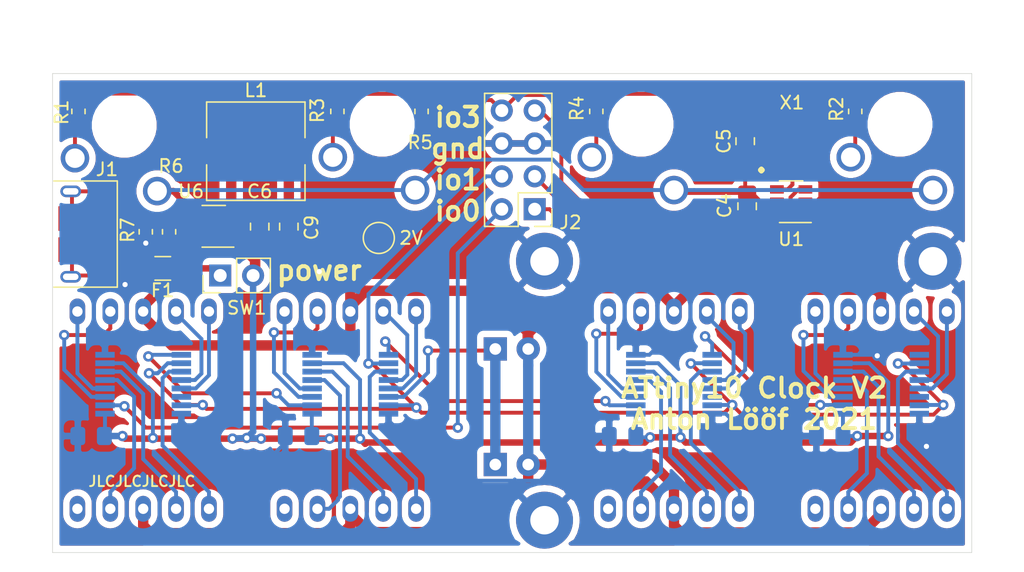
<source format=kicad_pcb>
(kicad_pcb (version 20171130) (host pcbnew "(5.1.5)-3")
  (layers (0 F.Cu signal) (31 B.Cu signal) (34 B.Paste user) (35 F.Paste user) (36 B.SilkS user) (37 F.SilkS user) (38 B.Mask user) (39 F.Mask user) (44 Edge.Cuts user))
  (net 0 "")
  (net 1 GND)
  (net 2 +5V)
  (net 3 "Net-(D3-Pad6)")
  (net 4 "Net-(D3-Pad4)")
  (net 5 "Net-(D3-Pad7)")
  (net 6 "Net-(D3-Pad2)")
  (net 7 "Net-(D3-Pad9)")
  (net 8 "Net-(D3-Pad1)")
  (net 9 "Net-(D3-Pad10)")
  (net 10 "Net-(D4-Pad6)")
  (net 11 "Net-(D4-Pad4)")
  (net 12 "Net-(D4-Pad7)")
  (net 13 "Net-(D4-Pad2)")
  (net 14 "Net-(D4-Pad9)")
  (net 15 "Net-(D4-Pad1)")
  (net 16 "Net-(D4-Pad10)")
  (net 17 "Net-(D5-Pad10)")
  (net 18 "Net-(D5-Pad1)")
  (net 19 "Net-(D5-Pad9)")
  (net 20 "Net-(D5-Pad2)")
  (net 21 "Net-(D5-Pad7)")
  (net 22 "Net-(D5-Pad4)")
  (net 23 "Net-(D5-Pad6)")
  (net 24 "Net-(D6-Pad10)")
  (net 25 "Net-(D6-Pad1)")
  (net 26 "Net-(D6-Pad9)")
  (net 27 "Net-(D6-Pad2)")
  (net 28 "Net-(D6-Pad7)")
  (net 29 "Net-(D6-Pad4)")
  (net 30 "Net-(D6-Pad6)")
  (net 31 "Net-(R1-Pad2)")
  (net 32 "Net-(R2-Pad2)")
  (net 33 "Net-(R3-Pad2)")
  (net 34 "Net-(R4-Pad2)")
  (net 35 "Net-(U2-Pad9)")
  (net 36 "Net-(D1-Pad1)")
  (net 37 "Net-(F1-Pad1)")
  (net 38 "Net-(F1-Pad2)")
  (net 39 "Net-(J2-Pad1)")
  (net 40 "Net-(J2-Pad3)")
  (net 41 "Net-(J2-Pad7)")
  (net 42 "Net-(U3-Pad9)")
  (net 43 "Net-(U4-Pad9)")
  (net 44 2v)
  (net 45 ser_in)
  (net 46 ser_clk)
  (net 47 btn_in)
  (net 48 "Net-(L1-Pad1)")
  (net 49 "Net-(R6-Pad2)")
  (net 50 clk)
  (net 51 "Net-(J1-Pad6)")
  (module MountingHole:MountingHole_2.2mm_M2_Pad (layer F.Cu) (at 127 102)
    (fp_text reference H4)
    (fp_text value MountingHole_Pad)
    (pad 1 thru_hole circle (at 0 0) (size 4.4 4.4) (drill 2.2) (layers *.Cu *.Mask) (net 1 GND))
  )
  (module MountingHole:MountingHole_2.2mm_M2_Pad (layer F.Cu) (at 127 122)
    (fp_text reference H2)
    (fp_text value MountingHole_Pad)
    (pad 1 thru_hole circle (at 0 0) (size 4.4 4.4) (drill 2.2) (layers *.Cu *.Mask) (net 1 GND))
  )
  (module MountingHole:MountingHole_2.2mm_M2_Pad (layer F.Cu) (at 157 102)
    (fp_text reference H1)
    (fp_text value MountingHole_Pad)
    (pad 1 thru_hole circle (at 0 0) (size 4.4 4.4) (drill 2.2) (layers *.Cu *.Mask) (net 1 GND))
  )
  (module TestPoint:TestPoint_Pad_D2.0mm (layer F.Cu) (at 114.2 100.2)
    (fp_text reference 2V (at 2.5 0) (layer F.SilkS))
    (fp_text value TestPoint)
    (pad 1 smd circle (at 0 0) (size 2 2) (layers F.Cu F.Mask) (net 44 2v))
  )
  (module random_stuff:DIP-10_600_ELL (layer B.Cu) (at 153 113.5 180)
    (fp_text reference D6)
    (fp_text value SA56-11EWA)
    (pad 10 thru_hole oval (at -5.08 7.62 180) (size 1.2 2) (drill 0.8) (layers *.Cu *.Mask) (net 24 "Net-(D6-Pad10)"))
    (pad 1 thru_hole oval (at -5.08 -7.62 180) (size 1.2 2) (drill 0.8) (layers *.Cu *.Mask) (net 25 "Net-(D6-Pad1)"))
    (pad 9 thru_hole oval (at -2.54 7.62 180) (size 1.2 2) (drill 0.8) (layers *.Cu *.Mask) (net 26 "Net-(D6-Pad9)"))
    (pad 2 thru_hole oval (at -2.54 -7.62 180) (size 1.2 2) (drill 0.8) (layers *.Cu *.Mask) (net 27 "Net-(D6-Pad2)"))
    (pad 8 thru_hole oval (at 0 7.62 180) (size 1.2 2) (drill 0.8) (layers *.Cu *.Mask) (net 44 2v))
    (pad 3 thru_hole oval (at 0 -7.62 180) (size 1.2 2) (drill 0.8) (layers *.Cu *.Mask) (net 44 2v))
    (pad 7 thru_hole oval (at 2.54 7.62 180) (size 1.2 2) (drill 0.8) (layers *.Cu *.Mask) (net 28 "Net-(D6-Pad7)"))
    (pad 4 thru_hole oval (at 2.54 -7.62 180) (size 1.2 2) (drill 0.8) (layers *.Cu *.Mask) (net 29 "Net-(D6-Pad4)"))
    (pad 6 thru_hole oval (at 5.08 7.62 180) (size 1.2 2) (drill 0.8) (layers *.Cu *.Mask) (net 30 "Net-(D6-Pad6)"))
    (pad 5 thru_hole oval (at 5.08 -7.62 180) (size 1.2 2) (drill 0.8) (layers *.Cu *.Mask))
  )
  (module Package_SO:TSSOP-16_4.4x5mm_P0.65mm (layer B.Cu) (at 153 111.5)
    (fp_text reference U5)
    (fp_text value NPIC6C595)
    (pad 1 smd rect (at -2.95 2.275) (size 1.5 0.45) (layers B.Cu B.Paste B.Mask) (net 2 +5V))
    (pad 2 smd rect (at -2.95 1.625) (size 1.5 0.45) (layers B.Cu B.Paste B.Mask) (net 43 "Net-(U4-Pad9)"))
    (pad 3 smd rect (at -2.95 0.975) (size 1.5 0.45) (layers B.Cu B.Paste B.Mask) (net 28 "Net-(D6-Pad7)"))
    (pad 4 smd rect (at -2.95 0.325) (size 1.5 0.45) (layers B.Cu B.Paste B.Mask) (net 30 "Net-(D6-Pad6)"))
    (pad 5 smd rect (at -2.95 -0.325) (size 1.5 0.45) (layers B.Cu B.Paste B.Mask) (net 29 "Net-(D6-Pad4)"))
    (pad 6 smd rect (at -2.95 -0.975) (size 1.5 0.45) (layers B.Cu B.Paste B.Mask) (net 27 "Net-(D6-Pad2)"))
    (pad 7 smd rect (at -2.95 -1.625) (size 1.5 0.45) (layers B.Cu B.Paste B.Mask) (net 2 +5V))
    (pad 8 smd rect (at -2.95 -2.275) (size 1.5 0.45) (layers B.Cu B.Paste B.Mask) (net 1 GND))
    (pad 9 smd rect (at 2.95 -2.275) (size 1.5 0.45) (layers B.Cu B.Paste B.Mask))
    (pad 10 smd rect (at 2.95 -1.625) (size 1.5 0.45) (layers B.Cu B.Paste B.Mask) (net 46 ser_clk))
    (pad 11 smd rect (at 2.95 -0.975) (size 1.5 0.45) (layers B.Cu B.Paste B.Mask) (net 25 "Net-(D6-Pad1)"))
    (pad 12 smd rect (at 2.95 -0.325) (size 1.5 0.45) (layers B.Cu B.Paste B.Mask) (net 26 "Net-(D6-Pad9)"))
    (pad 13 smd rect (at 2.95 0.325) (size 1.5 0.45) (layers B.Cu B.Paste B.Mask) (net 24 "Net-(D6-Pad10)"))
    (pad 14 smd rect (at 2.95 0.975) (size 1.5 0.45) (layers B.Cu B.Paste B.Mask))
    (pad 15 smd rect (at 2.95 1.625) (size 1.5 0.45) (layers B.Cu B.Paste B.Mask) (net 46 ser_clk))
    (pad 16 smd rect (at 2.95 2.275) (size 1.5 0.45) (layers B.Cu B.Paste B.Mask) (net 1 GND))
  )
  (module Capacitor_SMD:C_0805_2012Metric_Pad1.15x1.40mm_HandSolder (layer B.Cu) (at 149.025 115.5 180)
    (fp_text reference C7)
    (fp_text value 100n)
    (pad 2 smd roundrect (at 1.025 0 180) (size 1.15 1.4) (layers B.Cu B.Paste B.Mask) (roundrect_rratio 0.217391) (net 1 GND))
    (pad 1 smd roundrect (at -1.025 0 180) (size 1.15 1.4) (layers B.Cu B.Paste B.Mask) (roundrect_rratio 0.217391) (net 2 +5V))
  )
  (module Capacitor_SMD:C_0805_2012Metric_Pad1.15x1.40mm_HandSolder (layer B.Cu) (at 133.025 115.5 180)
    (fp_text reference C8)
    (fp_text value 100n)
    (pad 1 smd roundrect (at -1.025 0 180) (size 1.15 1.4) (layers B.Cu B.Paste B.Mask) (roundrect_rratio 0.217391) (net 2 +5V))
    (pad 2 smd roundrect (at 1.025 0 180) (size 1.15 1.4) (layers B.Cu B.Paste B.Mask) (roundrect_rratio 0.217391) (net 1 GND))
  )
  (module Package_SO:TSSOP-16_4.4x5mm_P0.65mm (layer B.Cu) (at 137 111.5)
    (fp_text reference U4)
    (fp_text value NPIC6C595)
    (pad 16 smd rect (at 2.95 2.275) (size 1.5 0.45) (layers B.Cu B.Paste B.Mask) (net 1 GND))
    (pad 15 smd rect (at 2.95 1.625) (size 1.5 0.45) (layers B.Cu B.Paste B.Mask) (net 46 ser_clk))
    (pad 14 smd rect (at 2.95 0.975) (size 1.5 0.45) (layers B.Cu B.Paste B.Mask))
    (pad 13 smd rect (at 2.95 0.325) (size 1.5 0.45) (layers B.Cu B.Paste B.Mask) (net 17 "Net-(D5-Pad10)"))
    (pad 12 smd rect (at 2.95 -0.325) (size 1.5 0.45) (layers B.Cu B.Paste B.Mask) (net 19 "Net-(D5-Pad9)"))
    (pad 11 smd rect (at 2.95 -0.975) (size 1.5 0.45) (layers B.Cu B.Paste B.Mask) (net 18 "Net-(D5-Pad1)"))
    (pad 10 smd rect (at 2.95 -1.625) (size 1.5 0.45) (layers B.Cu B.Paste B.Mask) (net 46 ser_clk))
    (pad 9 smd rect (at 2.95 -2.275) (size 1.5 0.45) (layers B.Cu B.Paste B.Mask) (net 43 "Net-(U4-Pad9)"))
    (pad 8 smd rect (at -2.95 -2.275) (size 1.5 0.45) (layers B.Cu B.Paste B.Mask) (net 1 GND))
    (pad 7 smd rect (at -2.95 -1.625) (size 1.5 0.45) (layers B.Cu B.Paste B.Mask) (net 2 +5V))
    (pad 6 smd rect (at -2.95 -0.975) (size 1.5 0.45) (layers B.Cu B.Paste B.Mask) (net 20 "Net-(D5-Pad2)"))
    (pad 5 smd rect (at -2.95 -0.325) (size 1.5 0.45) (layers B.Cu B.Paste B.Mask) (net 22 "Net-(D5-Pad4)"))
    (pad 4 smd rect (at -2.95 0.325) (size 1.5 0.45) (layers B.Cu B.Paste B.Mask) (net 23 "Net-(D5-Pad6)"))
    (pad 3 smd rect (at -2.95 0.975) (size 1.5 0.45) (layers B.Cu B.Paste B.Mask) (net 21 "Net-(D5-Pad7)"))
    (pad 2 smd rect (at -2.95 1.625) (size 1.5 0.45) (layers B.Cu B.Paste B.Mask) (net 42 "Net-(U3-Pad9)"))
    (pad 1 smd rect (at -2.95 2.275) (size 1.5 0.45) (layers B.Cu B.Paste B.Mask) (net 2 +5V))
  )
  (module random_stuff:DIP-10_600_ELL (layer B.Cu) (at 137 113.499 180)
    (fp_text reference D5)
    (fp_text value SA56-11EWA)
    (pad 5 thru_hole oval (at 5.08 -7.62 180) (size 1.2 2) (drill 0.8) (layers *.Cu *.Mask))
    (pad 6 thru_hole oval (at 5.08 7.62 180) (size 1.2 2) (drill 0.8) (layers *.Cu *.Mask) (net 23 "Net-(D5-Pad6)"))
    (pad 4 thru_hole oval (at 2.54 -7.62 180) (size 1.2 2) (drill 0.8) (layers *.Cu *.Mask) (net 22 "Net-(D5-Pad4)"))
    (pad 7 thru_hole oval (at 2.54 7.62 180) (size 1.2 2) (drill 0.8) (layers *.Cu *.Mask) (net 21 "Net-(D5-Pad7)"))
    (pad 3 thru_hole oval (at 0 -7.62 180) (size 1.2 2) (drill 0.8) (layers *.Cu *.Mask) (net 44 2v))
    (pad 8 thru_hole oval (at 0 7.62 180) (size 1.2 2) (drill 0.8) (layers *.Cu *.Mask) (net 44 2v))
    (pad 2 thru_hole oval (at -2.54 -7.62 180) (size 1.2 2) (drill 0.8) (layers *.Cu *.Mask) (net 20 "Net-(D5-Pad2)"))
    (pad 9 thru_hole oval (at -2.54 7.62 180) (size 1.2 2) (drill 0.8) (layers *.Cu *.Mask) (net 19 "Net-(D5-Pad9)"))
    (pad 1 thru_hole oval (at -5.08 -7.62 180) (size 1.2 2) (drill 0.8) (layers *.Cu *.Mask) (net 18 "Net-(D5-Pad1)"))
    (pad 10 thru_hole oval (at -5.08 7.62 180) (size 1.2 2) (drill 0.8) (layers *.Cu *.Mask) (net 17 "Net-(D5-Pad10)"))
  )
  (module Package_SO:TSSOP-16_4.4x5mm_P0.65mm (layer B.Cu) (at 112 111.5)
    (fp_text reference U3)
    (fp_text value NPIC6C595)
    (pad 16 smd rect (at 2.95 2.275) (size 1.5 0.45) (layers B.Cu B.Paste B.Mask) (net 1 GND))
    (pad 15 smd rect (at 2.95 1.625) (size 1.5 0.45) (layers B.Cu B.Paste B.Mask) (net 46 ser_clk))
    (pad 14 smd rect (at 2.95 0.975) (size 1.5 0.45) (layers B.Cu B.Paste B.Mask) (net 36 "Net-(D1-Pad1)"))
    (pad 13 smd rect (at 2.95 0.325) (size 1.5 0.45) (layers B.Cu B.Paste B.Mask) (net 16 "Net-(D4-Pad10)"))
    (pad 12 smd rect (at 2.95 -0.325) (size 1.5 0.45) (layers B.Cu B.Paste B.Mask) (net 14 "Net-(D4-Pad9)"))
    (pad 11 smd rect (at 2.95 -0.975) (size 1.5 0.45) (layers B.Cu B.Paste B.Mask) (net 15 "Net-(D4-Pad1)"))
    (pad 10 smd rect (at 2.95 -1.625) (size 1.5 0.45) (layers B.Cu B.Paste B.Mask) (net 46 ser_clk))
    (pad 9 smd rect (at 2.95 -2.275) (size 1.5 0.45) (layers B.Cu B.Paste B.Mask) (net 42 "Net-(U3-Pad9)"))
    (pad 8 smd rect (at -2.95 -2.275) (size 1.5 0.45) (layers B.Cu B.Paste B.Mask) (net 1 GND))
    (pad 7 smd rect (at -2.95 -1.625) (size 1.5 0.45) (layers B.Cu B.Paste B.Mask) (net 2 +5V))
    (pad 6 smd rect (at -2.95 -0.975) (size 1.5 0.45) (layers B.Cu B.Paste B.Mask) (net 13 "Net-(D4-Pad2)"))
    (pad 5 smd rect (at -2.95 -0.325) (size 1.5 0.45) (layers B.Cu B.Paste B.Mask) (net 11 "Net-(D4-Pad4)"))
    (pad 4 smd rect (at -2.95 0.325) (size 1.5 0.45) (layers B.Cu B.Paste B.Mask) (net 10 "Net-(D4-Pad6)"))
    (pad 3 smd rect (at -2.95 0.975) (size 1.5 0.45) (layers B.Cu B.Paste B.Mask) (net 12 "Net-(D4-Pad7)"))
    (pad 2 smd rect (at -2.95 1.625) (size 1.5 0.45) (layers B.Cu B.Paste B.Mask) (net 35 "Net-(U2-Pad9)"))
    (pad 1 smd rect (at -2.95 2.275) (size 1.5 0.45) (layers B.Cu B.Paste B.Mask) (net 2 +5V))
  )
  (module Package_SO:TSSOP-16_4.4x5mm_P0.65mm (layer B.Cu) (at 96 111.5)
    (fp_text reference U2)
    (fp_text value NPIC6C595)
    (pad 1 smd rect (at -2.95 2.275) (size 1.5 0.45) (layers B.Cu B.Paste B.Mask) (net 2 +5V))
    (pad 2 smd rect (at -2.95 1.625) (size 1.5 0.45) (layers B.Cu B.Paste B.Mask) (net 45 ser_in))
    (pad 3 smd rect (at -2.95 0.975) (size 1.5 0.45) (layers B.Cu B.Paste B.Mask) (net 5 "Net-(D3-Pad7)"))
    (pad 4 smd rect (at -2.95 0.325) (size 1.5 0.45) (layers B.Cu B.Paste B.Mask) (net 3 "Net-(D3-Pad6)"))
    (pad 5 smd rect (at -2.95 -0.325) (size 1.5 0.45) (layers B.Cu B.Paste B.Mask) (net 4 "Net-(D3-Pad4)"))
    (pad 6 smd rect (at -2.95 -0.975) (size 1.5 0.45) (layers B.Cu B.Paste B.Mask) (net 6 "Net-(D3-Pad2)"))
    (pad 7 smd rect (at -2.95 -1.625) (size 1.5 0.45) (layers B.Cu B.Paste B.Mask) (net 2 +5V))
    (pad 8 smd rect (at -2.95 -2.275) (size 1.5 0.45) (layers B.Cu B.Paste B.Mask) (net 1 GND))
    (pad 9 smd rect (at 2.95 -2.275) (size 1.5 0.45) (layers B.Cu B.Paste B.Mask) (net 35 "Net-(U2-Pad9)"))
    (pad 10 smd rect (at 2.95 -1.625) (size 1.5 0.45) (layers B.Cu B.Paste B.Mask) (net 46 ser_clk))
    (pad 11 smd rect (at 2.95 -0.975) (size 1.5 0.45) (layers B.Cu B.Paste B.Mask) (net 8 "Net-(D3-Pad1)"))
    (pad 12 smd rect (at 2.95 -0.325) (size 1.5 0.45) (layers B.Cu B.Paste B.Mask) (net 7 "Net-(D3-Pad9)"))
    (pad 13 smd rect (at 2.95 0.325) (size 1.5 0.45) (layers B.Cu B.Paste B.Mask) (net 9 "Net-(D3-Pad10)"))
    (pad 14 smd rect (at 2.95 0.975) (size 1.5 0.45) (layers B.Cu B.Paste B.Mask))
    (pad 15 smd rect (at 2.95 1.625) (size 1.5 0.45) (layers B.Cu B.Paste B.Mask) (net 46 ser_clk))
    (pad 16 smd rect (at 2.95 2.275) (size 1.5 0.45) (layers B.Cu B.Paste B.Mask) (net 1 GND))
  )
  (module Capacitor_SMD:C_0805_2012Metric_Pad1.15x1.40mm_HandSolder (layer B.Cu) (at 91.975 115.5 180)
    (fp_text reference C1)
    (fp_text value 100n)
    (pad 1 smd roundrect (at -1.025 0 180) (size 1.15 1.4) (layers B.Cu B.Paste B.Mask) (roundrect_rratio 0.217391) (net 2 +5V))
    (pad 2 smd roundrect (at 1.025 0 180) (size 1.15 1.4) (layers B.Cu B.Paste B.Mask) (roundrect_rratio 0.217391) (net 1 GND))
  )
  (module Capacitor_SMD:C_0805_2012Metric_Pad1.15x1.40mm_HandSolder (layer B.Cu) (at 108 115.5 180)
    (fp_text reference C3)
    (fp_text value 100n)
    (pad 2 smd roundrect (at 1.025 0 180) (size 1.15 1.4) (layers B.Cu B.Paste B.Mask) (roundrect_rratio 0.217391) (net 1 GND))
    (pad 1 smd roundrect (at -1.025 0 180) (size 1.15 1.4) (layers B.Cu B.Paste B.Mask) (roundrect_rratio 0.217391) (net 2 +5V))
  )
  (module random_stuff:DIP-10_600_ELL (layer B.Cu) (at 112 113.5 180)
    (fp_text reference D4)
    (fp_text value SA56-11EWA)
    (pad 10 thru_hole oval (at -5.08 7.62 180) (size 1.2 2) (drill 0.8) (layers *.Cu *.Mask) (net 16 "Net-(D4-Pad10)"))
    (pad 1 thru_hole oval (at -5.08 -7.62 180) (size 1.2 2) (drill 0.8) (layers *.Cu *.Mask) (net 15 "Net-(D4-Pad1)"))
    (pad 9 thru_hole oval (at -2.54 7.62 180) (size 1.2 2) (drill 0.8) (layers *.Cu *.Mask) (net 14 "Net-(D4-Pad9)"))
    (pad 2 thru_hole oval (at -2.54 -7.62 180) (size 1.2 2) (drill 0.8) (layers *.Cu *.Mask) (net 13 "Net-(D4-Pad2)"))
    (pad 8 thru_hole oval (at 0 7.62 180) (size 1.2 2) (drill 0.8) (layers *.Cu *.Mask) (net 44 2v))
    (pad 3 thru_hole oval (at 0 -7.62 180) (size 1.2 2) (drill 0.8) (layers *.Cu *.Mask) (net 44 2v))
    (pad 7 thru_hole oval (at 2.54 7.62 180) (size 1.2 2) (drill 0.8) (layers *.Cu *.Mask) (net 12 "Net-(D4-Pad7)"))
    (pad 4 thru_hole oval (at 2.54 -7.62 180) (size 1.2 2) (drill 0.8) (layers *.Cu *.Mask) (net 11 "Net-(D4-Pad4)"))
    (pad 6 thru_hole oval (at 5.08 7.62 180) (size 1.2 2) (drill 0.8) (layers *.Cu *.Mask) (net 10 "Net-(D4-Pad6)"))
    (pad 5 thru_hole oval (at 5.08 -7.62 180) (size 1.2 2) (drill 0.8) (layers *.Cu *.Mask))
  )
  (module random_stuff:DIP-10_600_ELL (layer B.Cu) (at 96 113.5 180)
    (fp_text reference D3)
    (fp_text value SA56-11EWA)
    (pad 5 thru_hole oval (at 5.08 -7.62 180) (size 1.2 2) (drill 0.8) (layers *.Cu *.Mask))
    (pad 6 thru_hole oval (at 5.08 7.62 180) (size 1.2 2) (drill 0.8) (layers *.Cu *.Mask) (net 3 "Net-(D3-Pad6)"))
    (pad 4 thru_hole oval (at 2.54 -7.62 180) (size 1.2 2) (drill 0.8) (layers *.Cu *.Mask) (net 4 "Net-(D3-Pad4)"))
    (pad 7 thru_hole oval (at 2.54 7.62 180) (size 1.2 2) (drill 0.8) (layers *.Cu *.Mask) (net 5 "Net-(D3-Pad7)"))
    (pad 3 thru_hole oval (at 0 -7.62 180) (size 1.2 2) (drill 0.8) (layers *.Cu *.Mask) (net 44 2v))
    (pad 8 thru_hole oval (at 0 7.62 180) (size 1.2 2) (drill 0.8) (layers *.Cu *.Mask) (net 44 2v))
    (pad 2 thru_hole oval (at -2.54 -7.62 180) (size 1.2 2) (drill 0.8) (layers *.Cu *.Mask) (net 6 "Net-(D3-Pad2)"))
    (pad 9 thru_hole oval (at -2.54 7.62 180) (size 1.2 2) (drill 0.8) (layers *.Cu *.Mask) (net 7 "Net-(D3-Pad9)"))
    (pad 1 thru_hole oval (at -5.08 -7.62 180) (size 1.2 2) (drill 0.8) (layers *.Cu *.Mask) (net 8 "Net-(D3-Pad1)"))
    (pad 10 thru_hole oval (at -5.08 7.62 180) (size 1.2 2) (drill 0.8) (layers *.Cu *.Mask) (net 9 "Net-(D3-Pad10)"))
  )
  (module random_stuff:USB_MICRO_10118193-0001LF (layer F.Cu) (at 90.4 99.9 270)
    (fp_text reference J1 (at -5 -2.8) (layer F.SilkS))
    (fp_text value USB_B_Micro)
    (pad 1 smd rect (at -1.3 -2.65 270) (size 0.4 1.35) (layers F.Cu F.Paste F.Mask) (net 38 "Net-(F1-Pad2)"))
    (pad 2 smd rect (at -0.65 -2.65 270) (size 0.4 1.35) (layers F.Cu F.Paste F.Mask))
    (pad 3 smd rect (at 0 -2.65 270) (size 0.4 1.35) (layers F.Cu F.Paste F.Mask))
    (pad 4 smd rect (at 0.65 -2.65 270) (size 0.4 1.35) (layers F.Cu F.Paste F.Mask))
    (pad 5 smd rect (at 1.3 -2.65 270) (size 0.4 1.35) (layers F.Cu F.Paste F.Mask) (net 1 GND))
    (pad 6 smd rect (at -3.2 -2.4 270) (size 1.6 1.4) (layers F.Cu F.Paste F.Mask) (net 51 "Net-(J1-Pad6)"))
    (pad 6 smd rect (at 3.2 -2.4 270) (size 1.6 1.4) (layers F.Cu F.Paste F.Mask) (net 51 "Net-(J1-Pad6)"))
    (pad 6 smd rect (at -1.2 0 270) (size 1.9 1.9) (layers F.Cu F.Paste F.Mask) (net 51 "Net-(J1-Pad6)"))
    (pad 6 smd rect (at 1.2 0 270) (size 1.9 1.9) (layers F.Cu F.Paste F.Mask) (net 51 "Net-(J1-Pad6)"))
    (pad 6 thru_hole oval (at 3.3 0 270) (size 0.9 1.6) (drill oval 0.5 1.2) (layers *.Cu *.Mask) (net 51 "Net-(J1-Pad6)"))
    (pad 6 thru_hole oval (at -3.3 0 270) (size 0.9 1.6) (drill oval 0.5 1.2) (layers *.Cu *.Mask) (net 51 "Net-(J1-Pad6)"))
  )
  (module LED_THT:LED_D5.0mm (layer B.Cu) (at 123.2 117.7)
    (fp_text reference D2)
    (fp_text value LED)
    (pad 2 thru_hole circle (at 2.54 0) (size 1.8 1.8) (drill 0.9) (layers *.Cu *.Mask) (net 44 2v))
    (pad 1 thru_hole rect (at 0 0) (size 1.8 1.8) (drill 0.9) (layers *.Cu *.Mask) (net 36 "Net-(D1-Pad1)"))
  )
  (module LED_THT:LED_D5.0mm (layer B.Cu) (at 123.2 108.775)
    (fp_text reference D1)
    (fp_text value LED)
    (pad 1 thru_hole rect (at 0 0) (size 1.8 1.8) (drill 0.9) (layers *.Cu *.Mask) (net 36 "Net-(D1-Pad1)"))
    (pad 2 thru_hole circle (at 2.54 0) (size 1.8 1.8) (drill 0.9) (layers *.Cu *.Mask) (net 44 2v))
  )
  (module Button_Switch_Keyboard:SW_Cherry_MX_1.00u_Plate (layer B.Cu) (at 157 96.5)
    (fp_text reference SW3)
    (fp_text value SW_DIP_x01)
    (pad "" np_thru_hole circle (at -2.54 -5.08) (size 4 4) (drill 4) (layers *.Cu *.Mask))
    (pad 2 thru_hole circle (at -6.35 -2.54) (size 2.2 2.2) (drill 1.5) (layers *.Cu *.Mask) (net 32 "Net-(R2-Pad2)"))
    (pad 1 thru_hole circle (at 0 0) (size 2.2 2.2) (drill 1.5) (layers *.Cu *.Mask) (net 2 +5V))
  )
  (module Button_Switch_Keyboard:SW_Cherry_MX_1.00u_Plate (layer B.Cu) (at 137 96.5)
    (fp_text reference SW5)
    (fp_text value SW_DIP_x01)
    (pad "" np_thru_hole circle (at -2.54 -5.08) (size 4 4) (drill 4) (layers *.Cu *.Mask))
    (pad 2 thru_hole circle (at -6.35 -2.54) (size 2.2 2.2) (drill 1.5) (layers *.Cu *.Mask) (net 34 "Net-(R4-Pad2)"))
    (pad 1 thru_hole circle (at 0 0) (size 2.2 2.2) (drill 1.5) (layers *.Cu *.Mask) (net 2 +5V))
  )
  (module Button_Switch_Keyboard:SW_Cherry_MX_1.00u_Plate (layer B.Cu) (at 117 96.5)
    (fp_text reference SW4)
    (fp_text value SW_DIP_x01)
    (pad 1 thru_hole circle (at 0 0) (size 2.2 2.2) (drill 1.5) (layers *.Cu *.Mask) (net 2 +5V))
    (pad 2 thru_hole circle (at -6.35 -2.54) (size 2.2 2.2) (drill 1.5) (layers *.Cu *.Mask) (net 33 "Net-(R3-Pad2)"))
    (pad "" np_thru_hole circle (at -2.54 -5.08) (size 4 4) (drill 4) (layers *.Cu *.Mask))
  )
  (module Button_Switch_Keyboard:SW_Cherry_MX_1.00u_Plate (layer B.Cu) (at 97.08 96.58)
    (fp_text reference SW2)
    (fp_text value SW_DIP_x01)
    (pad 1 thru_hole circle (at 0 0) (size 2.2 2.2) (drill 1.5) (layers *.Cu *.Mask) (net 2 +5V))
    (pad 2 thru_hole circle (at -6.35 -2.54) (size 2.2 2.2) (drill 1.5) (layers *.Cu *.Mask) (net 31 "Net-(R1-Pad2)"))
    (pad "" np_thru_hole circle (at -2.54 -5.08) (size 4 4) (drill 4) (layers *.Cu *.Mask))
  )
  (module Capacitor_SMD:C_0805_2012Metric_Pad1.15x1.40mm_HandSolder (layer F.Cu) (at 142.65 97.75 270)
    (fp_text reference C4 (at -0.05 1.75 270) (layer F.SilkS))
    (fp_text value 100n)
    (pad 1 smd roundrect (at -1.025 0 270) (size 1.15 1.4) (layers F.Cu F.Paste F.Mask) (roundrect_rratio 0.217391) (net 2 +5V))
    (pad 2 smd roundrect (at 1.025 0 270) (size 1.15 1.4) (layers F.Cu F.Paste F.Mask) (roundrect_rratio 0.217391) (net 1 GND))
  )
  (module Capacitor_SMD:C_0805_2012Metric_Pad1.15x1.40mm_HandSolder (layer F.Cu) (at 142.5 92.725 90)
    (fp_text reference C5 (at 0 -1.65 270) (layer F.SilkS))
    (fp_text value 10n)
    (pad 1 smd roundrect (at -1.025 0 90) (size 1.15 1.4) (layers F.Cu F.Paste F.Mask) (roundrect_rratio 0.217391) (net 2 +5V))
    (pad 2 smd roundrect (at 1.025 0 90) (size 1.15 1.4) (layers F.Cu F.Paste F.Mask) (roundrect_rratio 0.217391) (net 1 GND))
  )
  (module Fuse:Fuse_1206_3216Metric_Pad1.42x1.75mm_HandSolder (layer F.Cu) (at 97.5125 102.55 180)
    (fp_text reference F1 (at 0.0125 -1.7) (layer F.SilkS))
    (fp_text value 500ma)
    (pad 1 smd roundrect (at -1.4875 0 180) (size 1.425 1.75) (layers F.Cu F.Paste F.Mask) (roundrect_rratio 0.175439) (net 37 "Net-(F1-Pad1)"))
    (pad 2 smd roundrect (at 1.4875 0 180) (size 1.425 1.75) (layers F.Cu F.Paste F.Mask) (roundrect_rratio 0.175439) (net 38 "Net-(F1-Pad2)"))
  )
  (module Connector_PinHeader_2.54mm:PinHeader_2x04_P2.54mm_Vertical (layer F.Cu) (at 126.24 97.98 180)
    (fp_text reference J2 (at -2.76 -1.02) (layer F.SilkS))
    (fp_text value Conn_02x04_Odd_Even)
    (pad 1 thru_hole rect (at 0 0 180) (size 1.7 1.7) (drill 1) (layers *.Cu *.Mask) (net 39 "Net-(J2-Pad1)"))
    (pad 2 thru_hole oval (at 2.54 0 180) (size 1.7 1.7) (drill 1) (layers *.Cu *.Mask) (net 45 ser_in))
    (pad 3 thru_hole oval (at 0 2.54 180) (size 1.7 1.7) (drill 1) (layers *.Cu *.Mask) (net 40 "Net-(J2-Pad3)"))
    (pad 4 thru_hole oval (at 2.54 2.54 180) (size 1.7 1.7) (drill 1) (layers *.Cu *.Mask) (net 46 ser_clk))
    (pad 5 thru_hole oval (at 0 5.08 180) (size 1.7 1.7) (drill 1) (layers *.Cu *.Mask) (net 1 GND))
    (pad 6 thru_hole oval (at 2.54 5.08 180) (size 1.7 1.7) (drill 1) (layers *.Cu *.Mask) (net 1 GND))
    (pad 7 thru_hole oval (at 0 7.62 180) (size 1.7 1.7) (drill 1) (layers *.Cu *.Mask) (net 41 "Net-(J2-Pad7)"))
    (pad 8 thru_hole oval (at 2.54 7.62 180) (size 1.7 1.7) (drill 1) (layers *.Cu *.Mask) (net 47 btn_in))
  )
  (module Resistor_SMD:R_0603_1608Metric_Pad1.05x0.95mm_HandSolder (layer F.Cu) (at 91 90.425 270)
    (fp_text reference R1 (at 0.075 1.3 270) (layer F.SilkS))
    (fp_text value 22k)
    (pad 1 smd roundrect (at -0.875 0 270) (size 1.05 0.95) (layers F.Cu F.Paste F.Mask) (net 47 btn_in))
    (pad 2 smd roundrect (at 0.875 0 270) (size 1.05 0.95) (layers F.Cu F.Paste F.Mask) (net 31 "Net-(R1-Pad2)"))
  )
  (module Resistor_SMD:R_0603_1608Metric_Pad1.05x0.95mm_HandSolder (layer F.Cu) (at 151 90.425 270)
    (fp_text reference R2 (at -0.175 1.45 270) (layer F.SilkS))
    (fp_text value 10k)
    (pad 2 smd roundrect (at 0.875 0 270) (size 1.05 0.95) (layers F.Cu F.Paste F.Mask) (net 32 "Net-(R2-Pad2)"))
    (pad 1 smd roundrect (at -0.875 0 270) (size 1.05 0.95) (layers F.Cu F.Paste F.Mask) (net 47 btn_in))
  )
  (module Resistor_SMD:R_0603_1608Metric_Pad1.05x0.95mm_HandSolder (layer F.Cu) (at 111 90.425 270)
    (fp_text reference R3 (at -0.075 1.55 270) (layer F.SilkS))
    (fp_text value 3k9)
    (pad 1 smd roundrect (at -0.875 0 270) (size 1.05 0.95) (layers F.Cu F.Paste F.Mask) (net 47 btn_in))
    (pad 2 smd roundrect (at 0.875 0 270) (size 1.05 0.95) (layers F.Cu F.Paste F.Mask) (net 33 "Net-(R3-Pad2)"))
  )
  (module Resistor_SMD:R_0603_1608Metric_Pad1.05x0.95mm_HandSolder (layer F.Cu) (at 131 90.425 270)
    (fp_text reference R4 (at -0.225 1.5 90) (layer F.SilkS))
    (fp_text value 1k2)
    (pad 2 smd roundrect (at 0.875 0 270) (size 1.05 0.95) (layers F.Cu F.Paste F.Mask) (net 34 "Net-(R4-Pad2)"))
    (pad 1 smd roundrect (at -0.875 0 270) (size 1.05 0.95) (layers F.Cu F.Paste F.Mask) (net 47 btn_in))
  )
  (module Resistor_SMD:R_0603_1608Metric_Pad1.05x0.95mm_HandSolder (layer F.Cu) (at 117.5 90.425 90)
    (fp_text reference R5 (at -2.4 -0.1 180) (layer F.SilkS))
    (fp_text value 10k)
    (pad 1 smd roundrect (at -0.875 0 90) (size 1.05 0.95) (layers F.Cu F.Paste F.Mask) (net 1 GND))
    (pad 2 smd roundrect (at 0.875 0 90) (size 1.05 0.95) (layers F.Cu F.Paste F.Mask) (net 47 btn_in))
  )
  (module Package_TO_SOT_SMD:SOT-23-6 (layer F.Cu) (at 146.05 97.4 180)
    (fp_text reference U1 (at 0 -2.9) (layer F.SilkS))
    (fp_text value ATtiny10-TS)
    (pad 1 smd rect (at -1.1 -0.95 180) (size 1.06 0.65) (layers F.Cu F.Paste F.Mask) (net 39 "Net-(J2-Pad1)"))
    (pad 2 smd rect (at -1.1 0 180) (size 1.06 0.65) (layers F.Cu F.Paste F.Mask) (net 1 GND))
    (pad 3 smd rect (at -1.1 0.95 180) (size 1.06 0.65) (layers F.Cu F.Paste F.Mask) (net 40 "Net-(J2-Pad3)"))
    (pad 4 smd rect (at 1.1 0.95 180) (size 1.06 0.65) (layers F.Cu F.Paste F.Mask) (net 50 clk))
    (pad 6 smd rect (at 1.1 -0.95 180) (size 1.06 0.65) (layers F.Cu F.Paste F.Mask) (net 41 "Net-(J2-Pad7)"))
    (pad 5 smd rect (at 1.1 0 180) (size 1.06 0.65) (layers F.Cu F.Paste F.Mask) (net 2 +5V))
  )
  (module random_stuff:ASFLK (layer F.Cu) (at 146.11 92.7)
    (fp_text reference X1 (at 0 -2.95) (layer F.SilkS))
    (fp_text value DFA-S15)
    (pad 1 smd rect (at -1.25 1) (size 1.7 1.5) (layers F.Cu F.Paste F.Mask) (net 2 +5V))
    (pad 2 smd rect (at 1.29 1) (size 1.7 1.5) (layers F.Cu F.Paste F.Mask) (net 1 GND))
    (pad 3 smd rect (at 1.29 -1.2) (size 1.7 1.5) (layers F.Cu F.Paste F.Mask) (net 50 clk))
    (pad 4 smd rect (at -1.25 -1.2) (size 1.7 1.5) (layers F.Cu F.Paste F.Mask) (net 2 +5V))
  )
  (module Connector_PinHeader_2.54mm:PinHeader_1x02_P2.54mm_Vertical (layer F.Cu) (at 101.95 103.1 90)
    (fp_text reference SW1 (at -2.5 2.05) (layer F.SilkS))
    (fp_text value SW_DIP_x01)
    (pad 1 thru_hole rect (at 0 0 90) (size 1.7 1.7) (drill 1) (layers *.Cu *.Mask) (net 37 "Net-(F1-Pad1)"))
    (pad 2 thru_hole oval (at 0 2.54 90) (size 1.7 1.7) (drill 1) (layers *.Cu *.Mask) (net 2 +5V))
  )
  (module Capacitor_SMD:C_0805_2012Metric_Pad1.15x1.40mm_HandSolder (layer F.Cu) (at 105 99.325 90)
    (fp_text reference C6 (at 2.725 0) (layer F.SilkS))
    (fp_text value 22u)
    (pad 2 smd roundrect (at 1.025 0 90) (size 1.15 1.4) (layers F.Cu F.Paste F.Mask) (roundrect_rratio 0.217391) (net 1 GND))
    (pad 1 smd roundrect (at -1.025 0 90) (size 1.15 1.4) (layers F.Cu F.Paste F.Mask) (roundrect_rratio 0.217391) (net 2 +5V))
  )
  (module Capacitor_SMD:C_0805_2012Metric_Pad1.15x1.40mm_HandSolder (layer F.Cu) (at 107.25 99.325 270)
    (fp_text reference C9 (at 0.075 -1.75 270) (layer F.SilkS))
    (fp_text value 22u)
    (pad 1 smd roundrect (at -1.025 0 270) (size 1.15 1.4) (layers F.Cu F.Paste F.Mask) (roundrect_rratio 0.217391) (net 44 2v))
    (pad 2 smd roundrect (at 1.025 0 270) (size 1.15 1.4) (layers F.Cu F.Paste F.Mask) (roundrect_rratio 0.217391) (net 1 GND))
  )
  (module Inductor_SMD:L_Wuerth_WE-PD-Typ-7345 (layer F.Cu) (at 104.7 93.5)
    (fp_text reference L1 (at 0 -4.7) (layer F.SilkS))
    (fp_text value 1.5u)
    (pad 1 smd rect (at -3 0) (size 2 1.7) (layers F.Cu F.Paste F.Mask) (net 48 "Net-(L1-Pad1)"))
    (pad 2 smd rect (at 3 0) (size 2 1.7) (layers F.Cu F.Paste F.Mask) (net 44 2v))
  )
  (module Resistor_SMD:R_0603_1608Metric_Pad1.05x0.95mm_HandSolder (layer F.Cu) (at 98 99.725 90)
    (fp_text reference R6 (at 5.075 0.15 180) (layer F.SilkS))
    (fp_text value 27k)
    (pad 2 smd roundrect (at 0.875 0 90) (size 1.05 0.95) (layers F.Cu F.Paste F.Mask) (net 49 "Net-(R6-Pad2)"))
    (pad 1 smd roundrect (at -0.875 0 90) (size 1.05 0.95) (layers F.Cu F.Paste F.Mask) (net 44 2v))
  )
  (module Resistor_SMD:R_0603_1608Metric_Pad1.05x0.95mm_HandSolder (layer F.Cu) (at 96.2 99.725 270)
    (fp_text reference R7 (at -0.125 1.4 90) (layer F.SilkS))
    (fp_text value 12k)
    (pad 1 smd roundrect (at -0.875 0 270) (size 1.05 0.95) (layers F.Cu F.Paste F.Mask) (net 49 "Net-(R6-Pad2)"))
    (pad 2 smd roundrect (at 0.875 0 270) (size 1.05 0.95) (layers F.Cu F.Paste F.Mask) (net 1 GND))
  )
  (module Package_TO_SOT_SMD:SOT-23-5_HandSoldering (layer F.Cu) (at 101.45 99.3 180)
    (fp_text reference U6 (at 1.75 2.7 180) (layer F.SilkS))
    (fp_text value RT8097AHGB)
    (pad 1 smd rect (at -1.35 -0.95 180) (size 1.56 0.65) (layers F.Cu F.Paste F.Mask) (net 2 +5V))
    (pad 2 smd rect (at -1.35 0 180) (size 1.56 0.65) (layers F.Cu F.Paste F.Mask) (net 1 GND))
    (pad 3 smd rect (at -1.35 0.95 180) (size 1.56 0.65) (layers F.Cu F.Paste F.Mask) (net 48 "Net-(L1-Pad1)"))
    (pad 4 smd rect (at 1.35 0.95 180) (size 1.56 0.65) (layers F.Cu F.Paste F.Mask) (net 2 +5V))
    (pad 5 smd rect (at 1.35 -0.95 180) (size 1.56 0.65) (layers F.Cu F.Paste F.Mask) (net 49 "Net-(R6-Pad2)"))
  )
  (gr_text JLCJLCJLCJLC (at 95.9 119) (layer F.SilkS) (effects (font (size 0.8 0.8))))
  (gr_text "ATtiny10 Clock V2\nAnton Lööf 2021" (at 143.2 113) (layer F.SilkS) (effects (font (size 1.5 1.5) (thickness 0.3))))
  (gr_text power (at 109.6 102.7) (layer F.SilkS) (effects (font (size 1.5 1.5) (thickness 0.3))))
  (gr_text "io3\ngnd\nio1\nio0" (at 120.3 94.5) (layer F.SilkS) (effects (font (size 1.5 1.5) (thickness 0.3))))
  (gr_text . (at 143.75 94.35) (layer F.SilkS) (effects (font (size 1.5 1.5) (thickness 0.375))))
  (gr_line (start 89 124.5) (end 160 124.5) (layer Edge.Cuts) (width 0.05))
  (gr_line (start 89 87.5) (end 89 124.5) (layer Edge.Cuts) (width 0.05))
  (gr_line (start 160 87.5) (end 89 87.5) (layer Edge.Cuts) (width 0.05))
  (gr_line (start 160 124.5) (end 160 87.5) (layer Edge.Cuts) (width 0.05))
  (via (at 96.2 100.6) (size 0.8) (drill 0.4) (layers F.Cu B.Cu) (net 1))
  (segment (start 123.7 92.9) (end 126.24 92.9) (width 0.3) (layer B.Cu) (net 1))
  (segment (start 93.15 101.2) (end 93.15 101.25) (width 0.5) (layer F.Cu) (net 1))
  (via (at 94.6 103.8) (size 0.8) (drill 0.4) (layers F.Cu B.Cu) (net 1))
  (segment (start 93.05 101.2) (end 94.6 102.75) (width 0.5) (layer F.Cu) (net 1))
  (segment (start 94.6 102.75) (end 94.6 103.8) (width 0.5) (layer F.Cu) (net 1))
  (segment (start 103.9 99.3) (end 102.8 99.3) (width 0.5) (layer F.Cu) (net 1))
  (segment (start 105 98.2) (end 103.9 99.3) (width 0.5) (layer F.Cu) (net 1))
  (segment (start 105.1 98.2) (end 107.25 100.35) (width 0.5) (layer F.Cu) (net 1))
  (segment (start 105 98.2) (end 105.1 98.2) (width 0.5) (layer F.Cu) (net 1))
  (segment (start 134.05 109.05) (end 134.05 109.225) (width 0.3) (layer B.Cu) (net 1))
  (segment (start 147.98 97.4) (end 147.15 97.4) (width 0.3) (layer F.Cu) (net 1))
  (segment (start 148.3 95.65) (end 148.3 97.08) (width 0.3) (layer F.Cu) (net 1))
  (segment (start 147.4 93.7) (end 147.4 94.75) (width 0.3) (layer F.Cu) (net 1))
  (segment (start 148.3 97.08) (end 147.98 97.4) (width 0.3) (layer F.Cu) (net 1))
  (segment (start 147.4 94.75) (end 148.3 95.65) (width 0.3) (layer F.Cu) (net 1))
  (segment (start 102.014998 99.3) (end 101.5 98.785002) (width 0.3) (layer F.Cu) (net 1))
  (segment (start 102.8 99.3) (end 102.014998 99.3) (width 0.3) (layer F.Cu) (net 1))
  (segment (start 101.5 98.785002) (end 101.5 97.1) (width 0.3) (layer F.Cu) (net 1))
  (segment (start 101.5 97.1) (end 101 96.6) (width 0.3) (layer F.Cu) (net 1))
  (segment (start 147.425 115.5) (end 148 115.5) (width 0.3) (layer B.Cu) (net 1))
  (segment (start 139.95 113.775) (end 141 113.775) (width 0.3) (layer B.Cu) (net 1))
  (segment (start 141 113.775) (end 142.725 115.5) (width 0.3) (layer B.Cu) (net 1))
  (segment (start 142.725 115.5) (end 147.425 115.5) (width 0.3) (layer B.Cu) (net 1))
  (segment (start 119.600001 118.950001) (end 114.95 114.3) (width 0.3) (layer B.Cu) (net 1))
  (segment (start 127.974999 118.950001) (end 119.600001 118.950001) (width 0.3) (layer B.Cu) (net 1))
  (segment (start 114.95 114.3) (end 114.95 113.775) (width 0.3) (layer B.Cu) (net 1))
  (segment (start 131.425 115.5) (end 127.974999 118.950001) (width 0.3) (layer B.Cu) (net 1))
  (segment (start 132 115.5) (end 131.425 115.5) (width 0.3) (layer B.Cu) (net 1))
  (segment (start 98.95 114.3) (end 98.95 113.775) (width 0.3) (layer B.Cu) (net 1))
  (segment (start 101.45 116.8) (end 98.95 114.3) (width 0.3) (layer B.Cu) (net 1))
  (segment (start 106.2 116.8) (end 101.45 116.8) (width 0.3) (layer B.Cu) (net 1))
  (segment (start 106.975 115.5) (end 106.975 116.025) (width 0.3) (layer B.Cu) (net 1))
  (segment (start 106.975 116.025) (end 106.2 116.8) (width 0.3) (layer B.Cu) (net 1))
  (via (at 109.6 102.8) (size 0.8) (drill 0.4) (layers F.Cu B.Cu) (net 1))
  (segment (start 108.2 104.2) (end 109.200001 103.199999) (width 0.3) (layer B.Cu) (net 1))
  (segment (start 108.2 107.85) (end 108.2 104.2) (width 0.3) (layer B.Cu) (net 1))
  (segment (start 109.05 109.225) (end 109.05 108.7) (width 0.3) (layer B.Cu) (net 1))
  (segment (start 109.200001 103.199999) (end 109.6 102.8) (width 0.3) (layer B.Cu) (net 1))
  (segment (start 109.05 108.7) (end 108.2 107.85) (width 0.3) (layer B.Cu) (net 1))
  (segment (start 93.05 108.7) (end 92.2 107.85) (width 0.3) (layer B.Cu) (net 1))
  (segment (start 92.2 107.85) (end 92.2 104.9) (width 0.3) (layer B.Cu) (net 1))
  (segment (start 93.3 103.8) (end 94.034315 103.8) (width 0.3) (layer B.Cu) (net 1))
  (segment (start 94.034315 103.8) (end 94.6 103.8) (width 0.3) (layer B.Cu) (net 1))
  (segment (start 93.05 109.225) (end 93.05 108.7) (width 0.3) (layer B.Cu) (net 1))
  (segment (start 92.2 104.9) (end 93.3 103.8) (width 0.3) (layer B.Cu) (net 1))
  (via (at 156.5 116.3) (size 0.8) (drill 0.4) (layers F.Cu B.Cu) (net 1))
  (segment (start 155.95 113.775) (end 155.95 115.75) (width 0.3) (layer B.Cu) (net 1))
  (segment (start 155.95 115.75) (end 156.5 116.3) (width 0.3) (layer B.Cu) (net 1))
  (via (at 152.7 109.3) (size 0.8) (drill 0.4) (layers F.Cu B.Cu) (net 1))
  (segment (start 150.05 109.225) (end 152.625 109.225) (width 0.3) (layer B.Cu) (net 1))
  (segment (start 152.625 109.225) (end 152.7 109.3) (width 0.3) (layer B.Cu) (net 1))
  (segment (start 135.1 109.225) (end 135.7 108.625) (width 0.3) (layer B.Cu) (net 1))
  (segment (start 134.05 109.225) (end 135.1 109.225) (width 0.3) (layer B.Cu) (net 1))
  (segment (start 135.7 108.625) (end 135.7 105.435483) (width 0.3) (layer B.Cu) (net 1))
  (segment (start 135.7 105.435483) (end 135.7 104) (width 0.3) (layer B.Cu) (net 1))
  (segment (start 97.16 96.5) (end 97.08 96.58) (width 0.3) (layer B.Cu) (net 2))
  (segment (start 117 96.5) (end 97.16 96.5) (width 0.3) (layer B.Cu) (net 2))
  (segment (start 143.7 97.4) (end 142.8 96.5) (width 0.3) (layer F.Cu) (net 2))
  (segment (start 144.95 97.4) (end 143.7 97.4) (width 0.3) (layer F.Cu) (net 2))
  (segment (start 144.81 93.75) (end 144.86 93.7) (width 0.3) (layer F.Cu) (net 2))
  (segment (start 142.5 93.75) (end 144.81 93.75) (width 0.3) (layer F.Cu) (net 2))
  (segment (start 144.86 93.7) (end 144.86 91.5) (width 0.3) (layer F.Cu) (net 2))
  (segment (start 142.5 96.575) (end 142.65 96.725) (width 0.3) (layer F.Cu) (net 2))
  (segment (start 142.5 93.75) (end 142.5 96.575) (width 0.3) (layer F.Cu) (net 2))
  (segment (start 138.555634 96.5) (end 157 96.5) (width 0.3) (layer B.Cu) (net 2))
  (segment (start 137 96.5) (end 138.555634 96.5) (width 0.3) (layer B.Cu) (net 2))
  (segment (start 117 96.5) (end 117.2 96.7) (width 0.3) (layer F.Cu) (net 2))
  (segment (start 136.8 96.7) (end 137 96.5) (width 0.3) (layer F.Cu) (net 2))
  (segment (start 137.225 96.725) (end 137 96.5) (width 0.3) (layer F.Cu) (net 2))
  (segment (start 142.65 96.725) (end 137.225 96.725) (width 0.3) (layer F.Cu) (net 2))
  (segment (start 150.05 115.5) (end 150.05 113.775) (width 0.3) (layer B.Cu) (net 2))
  (segment (start 134.05 115.5) (end 134.05 113.775) (width 0.3) (layer B.Cu) (net 2))
  (segment (start 109.025 113.8) (end 109.05 113.775) (width 0.3) (layer B.Cu) (net 2))
  (segment (start 109.025 115.5) (end 109.025 113.8) (width 0.3) (layer B.Cu) (net 2))
  (segment (start 93.05 115.45) (end 93 115.5) (width 0.3) (layer B.Cu) (net 2))
  (segment (start 93.05 113.775) (end 93.05 115.45) (width 0.3) (layer B.Cu) (net 2))
  (via (at 137.5 115.6) (size 0.8) (drill 0.4) (layers F.Cu B.Cu) (net 2))
  (segment (start 137.5 111.59288) (end 137.5 115.6) (width 0.3) (layer B.Cu) (net 2))
  (segment (start 134.05 109.875) (end 135.78212 109.875) (width 0.3) (layer B.Cu) (net 2))
  (segment (start 135.78212 109.875) (end 137.5 111.59288) (width 0.3) (layer B.Cu) (net 2))
  (via (at 135.15 115.6) (size 0.8) (drill 0.4) (layers F.Cu B.Cu) (net 2))
  (segment (start 137.5 115.6) (end 135.15 115.6) (width 0.5) (layer F.Cu) (net 2))
  (segment (start 134.15 115.6) (end 134.05 115.5) (width 0.3) (layer B.Cu) (net 2))
  (segment (start 135.15 115.6) (end 134.15 115.6) (width 0.3) (layer B.Cu) (net 2))
  (via (at 151.15 115.5) (size 0.8) (drill 0.4) (layers F.Cu B.Cu) (net 2))
  (segment (start 150.05 115.5) (end 151.15 115.5) (width 0.3) (layer B.Cu) (net 2))
  (via (at 153.55 115.5) (size 0.8) (drill 0.4) (layers F.Cu B.Cu) (net 2))
  (segment (start 151.15 115.5) (end 153.55 115.5) (width 0.5) (layer F.Cu) (net 2))
  (via (at 94.4 115.5) (size 0.8) (drill 0.4) (layers F.Cu B.Cu) (net 2))
  (segment (start 93 115.5) (end 94.4 115.5) (width 0.5) (layer B.Cu) (net 2))
  (via (at 110.4 115.7) (size 0.8) (drill 0.4) (layers F.Cu B.Cu) (net 2))
  (segment (start 109.225 115.7) (end 109.025 115.5) (width 0.3) (layer B.Cu) (net 2))
  (segment (start 110.4 115.7) (end 109.225 115.7) (width 0.3) (layer B.Cu) (net 2))
  (segment (start 150.650001 115.999999) (end 150.750001 115.899999) (width 0.5) (layer F.Cu) (net 2))
  (segment (start 137.5 115.6) (end 137.899999 115.999999) (width 0.5) (layer F.Cu) (net 2))
  (segment (start 137.899999 115.999999) (end 150.650001 115.999999) (width 0.5) (layer F.Cu) (net 2))
  (segment (start 150.750001 115.899999) (end 151.15 115.5) (width 0.5) (layer F.Cu) (net 2))
  (via (at 96.75 115.65) (size 0.8) (drill 0.4) (layers F.Cu B.Cu) (net 2))
  (segment (start 94.4 115.5) (end 94.6 115.7) (width 0.5) (layer F.Cu) (net 2))
  (segment (start 94.6 115.7) (end 102.9 115.7) (width 0.5) (layer F.Cu) (net 2))
  (segment (start 103.9 115.7) (end 105.1 115.7) (width 0.5) (layer F.Cu) (net 2))
  (segment (start 102.9 115.7) (end 103.9 115.7) (width 0.5) (layer F.Cu) (net 2))
  (via (at 102.9 115.7) (size 0.8) (drill 0.4) (layers F.Cu B.Cu) (net 2))
  (segment (start 105.1 115.7) (end 110.4 115.7) (width 0.5) (layer F.Cu) (net 2))
  (via (at 105.1 115.7) (size 0.8) (drill 0.4) (layers F.Cu B.Cu) (net 2))
  (segment (start 105.1 115.7) (end 104 115.65) (width 0.5) (layer B.Cu) (net 2))
  (segment (start 104 115.65) (end 102.9 115.7) (width 0.5) (layer B.Cu) (net 2))
  (segment (start 104.49 101.94) (end 102.8 100.25) (width 0.5) (layer F.Cu) (net 2))
  (segment (start 104.49 103.1) (end 104.49 101.94) (width 0.5) (layer F.Cu) (net 2))
  (segment (start 102 100.25) (end 100.1 98.35) (width 0.5) (layer F.Cu) (net 2))
  (segment (start 102.8 100.25) (end 102 100.25) (width 0.5) (layer F.Cu) (net 2))
  (segment (start 104.8 100.45) (end 105 100.25) (width 0.5) (layer F.Cu) (net 2))
  (segment (start 104.49 103.1) (end 104.8 102.79) (width 0.5) (layer F.Cu) (net 2))
  (segment (start 104.8 102.79) (end 104.8 100.45) (width 0.5) (layer F.Cu) (net 2))
  (segment (start 104.49 103.1) (end 104.49 115.16) (width 0.5) (layer B.Cu) (net 2))
  (via (at 104 115.65) (size 0.8) (drill 0.4) (layers F.Cu B.Cu) (net 2))
  (segment (start 104.49 115.16) (end 104 115.65) (width 0.5) (layer B.Cu) (net 2))
  (segment (start 98.33 96.58) (end 97.08 96.58) (width 0.5) (layer F.Cu) (net 2))
  (segment (start 100.1 98.35) (end 98.33 96.58) (width 0.5) (layer F.Cu) (net 2))
  (segment (start 112.749996 115.7) (end 112.75 115.700004) (width 0.5) (layer F.Cu) (net 2))
  (segment (start 110.4 115.7) (end 112.6 115.7) (width 0.5) (layer F.Cu) (net 2))
  (via (at 112.75 115.700004) (size 0.8) (drill 0.4) (layers F.Cu B.Cu) (net 2))
  (segment (start 112.6 115.7) (end 112.749996 115.7) (width 0.5) (layer F.Cu) (net 2))
  (segment (start 130 96.5) (end 135.444366 96.5) (width 0.3) (layer B.Cu) (net 2))
  (segment (start 127.65 94.15) (end 130 96.5) (width 0.3) (layer B.Cu) (net 2))
  (segment (start 135.444366 96.5) (end 137 96.5) (width 0.3) (layer B.Cu) (net 2))
  (segment (start 117 96.5) (end 119.35 94.15) (width 0.3) (layer B.Cu) (net 2))
  (segment (start 119.35 94.15) (end 127.65 94.15) (width 0.3) (layer B.Cu) (net 2))
  (segment (start 113.149999 116.100003) (end 112.75 115.700004) (width 0.5) (layer F.Cu) (net 2))
  (segment (start 113.250002 116) (end 113.149999 116.100003) (width 0.5) (layer F.Cu) (net 2))
  (segment (start 135.15 115.6) (end 134.75 116) (width 0.5) (layer F.Cu) (net 2))
  (segment (start 134.75 116) (end 113.250002 116) (width 0.5) (layer F.Cu) (net 2))
  (segment (start 152.075 109.875) (end 151.1 109.875) (width 0.3) (layer B.Cu) (net 2))
  (segment (start 151.1 109.875) (end 150.05 109.875) (width 0.3) (layer B.Cu) (net 2))
  (segment (start 153.55 115.5) (end 153.55 111.35) (width 0.3) (layer B.Cu) (net 2))
  (segment (start 153.55 111.35) (end 152.075 109.875) (width 0.3) (layer B.Cu) (net 2))
  (segment (start 112.75 115.134319) (end 112.75 115.700004) (width 0.3) (layer B.Cu) (net 2))
  (segment (start 112.75 111.15) (end 112.75 115.134319) (width 0.3) (layer B.Cu) (net 2))
  (segment (start 109.05 109.875) (end 111.475 109.875) (width 0.3) (layer B.Cu) (net 2))
  (segment (start 111.475 109.875) (end 112.75 111.15) (width 0.3) (layer B.Cu) (net 2))
  (segment (start 96.75 112.15) (end 96.75 115.65) (width 0.3) (layer B.Cu) (net 2))
  (segment (start 93.05 109.875) (end 94.475 109.875) (width 0.3) (layer B.Cu) (net 2))
  (segment (start 94.475 109.875) (end 96.75 112.15) (width 0.3) (layer B.Cu) (net 2))
  (segment (start 92.094998 111.825) (end 90.92 110.650002) (width 0.3) (layer B.Cu) (net 3))
  (segment (start 90.92 107.18) (end 90.92 105.88) (width 0.3) (layer B.Cu) (net 3))
  (segment (start 90.92 110.650002) (end 90.92 107.18) (width 0.3) (layer B.Cu) (net 3))
  (segment (start 93.05 111.825) (end 92.094998 111.825) (width 0.3) (layer B.Cu) (net 3))
  (segment (start 94.005002 111.175) (end 95.3 112.469998) (width 0.3) (layer B.Cu) (net 4))
  (segment (start 93.05 111.175) (end 94.005002 111.175) (width 0.3) (layer B.Cu) (net 4))
  (segment (start 95.3 117.98) (end 93.46 119.82) (width 0.3) (layer B.Cu) (net 4))
  (segment (start 95.3 112.469998) (end 95.3 117.98) (width 0.3) (layer B.Cu) (net 4))
  (segment (start 93.46 119.82) (end 93.46 121.12) (width 0.3) (layer B.Cu) (net 4))
  (segment (start 93.05 112.475) (end 92 112.475) (width 0.3) (layer B.Cu) (net 5))
  (via (at 89.9 107.7) (size 0.8) (drill 0.4) (layers F.Cu B.Cu) (net 5))
  (segment (start 89.9 110.375) (end 89.9 107.7) (width 0.3) (layer B.Cu) (net 5))
  (segment (start 92 112.475) (end 89.9 110.375) (width 0.3) (layer B.Cu) (net 5))
  (segment (start 93.46 107.18) (end 93.46 105.88) (width 0.3) (layer F.Cu) (net 5))
  (segment (start 92.94 107.7) (end 93.46 107.18) (width 0.3) (layer F.Cu) (net 5))
  (segment (start 89.9 107.7) (end 92.94 107.7) (width 0.3) (layer F.Cu) (net 5))
  (segment (start 98.54 119.82) (end 98.54 121.12) (width 0.3) (layer B.Cu) (net 6))
  (segment (start 96 117.28) (end 98.54 119.82) (width 0.3) (layer B.Cu) (net 6))
  (segment (start 96 112.25) (end 96 117.28) (width 0.3) (layer B.Cu) (net 6))
  (segment (start 93.05 110.525) (end 94.275 110.525) (width 0.3) (layer B.Cu) (net 6))
  (segment (start 94.275 110.525) (end 96 112.25) (width 0.3) (layer B.Cu) (net 6))
  (segment (start 98.54 106.04) (end 98.54 105.88) (width 0.3) (layer B.Cu) (net 7))
  (segment (start 100.5 110.675) (end 100.5 108) (width 0.3) (layer B.Cu) (net 7))
  (segment (start 100.5 108) (end 98.54 106.04) (width 0.3) (layer B.Cu) (net 7))
  (segment (start 98.95 111.175) (end 100 111.175) (width 0.3) (layer B.Cu) (net 7))
  (segment (start 100 111.175) (end 100.5 110.675) (width 0.3) (layer B.Cu) (net 7))
  (segment (start 101.08 119.82) (end 101.08 121.12) (width 0.3) (layer B.Cu) (net 8))
  (segment (start 97.5 116.24) (end 101.08 119.82) (width 0.3) (layer B.Cu) (net 8))
  (segment (start 97.5 111.019998) (end 97.5 116.24) (width 0.3) (layer B.Cu) (net 8))
  (segment (start 98.95 110.525) (end 97.994998 110.525) (width 0.3) (layer B.Cu) (net 8))
  (segment (start 97.994998 110.525) (end 97.5 111.019998) (width 0.3) (layer B.Cu) (net 8))
  (segment (start 101.08 107.18) (end 101.08 105.88) (width 0.3) (layer B.Cu) (net 9))
  (segment (start 101.08 110.80212) (end 101.08 107.18) (width 0.3) (layer B.Cu) (net 9))
  (segment (start 100.05712 111.825) (end 101.08 110.80212) (width 0.3) (layer B.Cu) (net 9))
  (segment (start 98.95 111.825) (end 100.05712 111.825) (width 0.3) (layer B.Cu) (net 9))
  (segment (start 106.92 107.18) (end 106.92 105.88) (width 0.3) (layer B.Cu) (net 10))
  (segment (start 106.92 110.650002) (end 106.92 107.18) (width 0.3) (layer B.Cu) (net 10))
  (segment (start 108.094998 111.825) (end 106.92 110.650002) (width 0.3) (layer B.Cu) (net 10))
  (segment (start 109.05 111.825) (end 108.094998 111.825) (width 0.3) (layer B.Cu) (net 10))
  (segment (start 110.36 121.12) (end 109.46 121.12) (width 0.3) (layer B.Cu) (net 11))
  (segment (start 110.005002 111.175) (end 111.2 112.369998) (width 0.3) (layer B.Cu) (net 11))
  (segment (start 109.05 111.175) (end 110.005002 111.175) (width 0.3) (layer B.Cu) (net 11))
  (segment (start 111.04999 120.43001) (end 110.36 121.12) (width 0.3) (layer B.Cu) (net 11))
  (segment (start 111.2 112.369998) (end 111.2 120.176483) (width 0.3) (layer B.Cu) (net 11))
  (segment (start 111.2 120.176483) (end 111.04999 120.326493) (width 0.3) (layer B.Cu) (net 11))
  (segment (start 111.04999 120.326493) (end 111.04999 120.43001) (width 0.3) (layer B.Cu) (net 11))
  (segment (start 106.1 110.575) (end 106.1 107.5) (width 0.3) (layer B.Cu) (net 12))
  (segment (start 109.05 112.475) (end 108 112.475) (width 0.3) (layer B.Cu) (net 12))
  (via (at 106.1 107.5) (size 0.8) (drill 0.4) (layers F.Cu B.Cu) (net 12))
  (segment (start 108 112.475) (end 106.1 110.575) (width 0.3) (layer B.Cu) (net 12))
  (segment (start 109.46 107.18) (end 109.46 105.88) (width 0.3) (layer F.Cu) (net 12))
  (segment (start 109.14 107.5) (end 109.46 107.18) (width 0.3) (layer F.Cu) (net 12))
  (segment (start 106.1 107.5) (end 109.14 107.5) (width 0.3) (layer F.Cu) (net 12))
  (segment (start 114.54 119.82) (end 114.54 121.12) (width 0.3) (layer B.Cu) (net 13))
  (segment (start 111.8 117.08) (end 114.54 119.82) (width 0.3) (layer B.Cu) (net 13))
  (segment (start 111.8 111.7) (end 111.8 117.08) (width 0.3) (layer B.Cu) (net 13))
  (segment (start 109.05 110.525) (end 110.625 110.525) (width 0.3) (layer B.Cu) (net 13))
  (segment (start 110.625 110.525) (end 111.8 111.7) (width 0.3) (layer B.Cu) (net 13))
  (segment (start 114.58 105.88) (end 114.54 105.88) (width 0.3) (layer B.Cu) (net 14))
  (segment (start 116.4 107.7) (end 114.58 105.88) (width 0.3) (layer B.Cu) (net 14))
  (segment (start 116.4 110.775) (end 116.4 107.7) (width 0.3) (layer B.Cu) (net 14))
  (segment (start 114.95 111.175) (end 116 111.175) (width 0.3) (layer B.Cu) (net 14))
  (segment (start 116 111.175) (end 116.4 110.775) (width 0.3) (layer B.Cu) (net 14))
  (segment (start 113.5 115.239998) (end 117.08 118.819998) (width 0.3) (layer B.Cu) (net 15))
  (segment (start 117.08 118.819998) (end 117.08 119.82) (width 0.3) (layer B.Cu) (net 15))
  (segment (start 114.95 110.525) (end 113.9 110.525) (width 0.3) (layer B.Cu) (net 15))
  (segment (start 117.08 119.82) (end 117.08 121.12) (width 0.3) (layer B.Cu) (net 15))
  (segment (start 113.9 110.525) (end 113.5 110.925) (width 0.3) (layer B.Cu) (net 15))
  (segment (start 113.5 110.925) (end 113.5 115.239998) (width 0.3) (layer B.Cu) (net 15))
  (segment (start 117.08 107.18) (end 117.08 105.88) (width 0.3) (layer B.Cu) (net 16))
  (segment (start 117.08 110.80212) (end 117.08 107.18) (width 0.3) (layer B.Cu) (net 16))
  (segment (start 116.05712 111.825) (end 117.08 110.80212) (width 0.3) (layer B.Cu) (net 16))
  (segment (start 114.95 111.825) (end 116.05712 111.825) (width 0.3) (layer B.Cu) (net 16))
  (segment (start 142.08 107.179) (end 142.08 105.879) (width 0.3) (layer B.Cu) (net 17))
  (segment (start 142.5 107.599) (end 142.08 107.179) (width 0.3) (layer B.Cu) (net 17))
  (segment (start 139.95 111.825) (end 141.057122 111.825) (width 0.3) (layer B.Cu) (net 17))
  (segment (start 142.5 110.382122) (end 142.5 107.599) (width 0.3) (layer B.Cu) (net 17))
  (segment (start 141.057122 111.825) (end 142.5 110.382122) (width 0.3) (layer B.Cu) (net 17))
  (segment (start 142.08 119.819) (end 142.08 121.119) (width 0.3) (layer B.Cu) (net 18))
  (segment (start 138.3 111.219998) (end 138.3 116.039) (width 0.3) (layer B.Cu) (net 18))
  (segment (start 139.95 110.525) (end 138.994998 110.525) (width 0.3) (layer B.Cu) (net 18))
  (segment (start 138.3 116.039) (end 142.08 119.819) (width 0.3) (layer B.Cu) (net 18))
  (segment (start 138.994998 110.525) (end 138.3 111.219998) (width 0.3) (layer B.Cu) (net 18))
  (segment (start 141.6 108.3) (end 139.54 106.24) (width 0.3) (layer B.Cu) (net 19))
  (segment (start 139.54 106.24) (end 139.54 105.879) (width 0.3) (layer B.Cu) (net 19))
  (segment (start 141.6 110.575) (end 141.6 108.3) (width 0.3) (layer B.Cu) (net 19))
  (segment (start 141 111.175) (end 141.6 110.575) (width 0.3) (layer B.Cu) (net 19))
  (segment (start 139.95 111.175) (end 141 111.175) (width 0.3) (layer B.Cu) (net 19))
  (segment (start 139.54 119.819) (end 139.54 121.119) (width 0.3) (layer B.Cu) (net 20))
  (segment (start 136.7 116.979) (end 139.54 119.819) (width 0.3) (layer B.Cu) (net 20))
  (segment (start 136.7 111.8) (end 136.7 116.979) (width 0.3) (layer B.Cu) (net 20))
  (segment (start 134.05 110.525) (end 135.425 110.525) (width 0.3) (layer B.Cu) (net 20))
  (segment (start 135.425 110.525) (end 136.7 111.8) (width 0.3) (layer B.Cu) (net 20))
  (segment (start 131 110.53212) (end 131 107.6) (width 0.3) (layer B.Cu) (net 21))
  (via (at 131 107.6) (size 0.8) (drill 0.4) (layers F.Cu B.Cu) (net 21))
  (segment (start 134.05 112.475) (end 132.94288 112.475) (width 0.3) (layer B.Cu) (net 21))
  (segment (start 132.94288 112.475) (end 131 110.53212) (width 0.3) (layer B.Cu) (net 21))
  (segment (start 134.46 107.179) (end 134.46 105.879) (width 0.3) (layer F.Cu) (net 21))
  (segment (start 134.039 107.6) (end 134.46 107.179) (width 0.3) (layer F.Cu) (net 21))
  (segment (start 131 107.6) (end 134.039 107.6) (width 0.3) (layer F.Cu) (net 21))
  (segment (start 134.46 119.819) (end 134.46 121.119) (width 0.3) (layer B.Cu) (net 22))
  (segment (start 136 118.279) (end 134.46 119.819) (width 0.3) (layer B.Cu) (net 22))
  (segment (start 136 112.075) (end 136 118.279) (width 0.3) (layer B.Cu) (net 22))
  (segment (start 134.05 111.175) (end 135.1 111.175) (width 0.3) (layer B.Cu) (net 22))
  (segment (start 135.1 111.175) (end 136 112.075) (width 0.3) (layer B.Cu) (net 22))
  (segment (start 131.92 110.745) (end 131.92 107.179) (width 0.3) (layer B.Cu) (net 23))
  (segment (start 131.92 107.179) (end 131.92 105.879) (width 0.3) (layer B.Cu) (net 23))
  (segment (start 133 111.825) (end 131.92 110.745) (width 0.3) (layer B.Cu) (net 23))
  (segment (start 134.05 111.825) (end 133 111.825) (width 0.3) (layer B.Cu) (net 23))
  (segment (start 158.08 106.38) (end 158.08 105.08) (width 0.3) (layer B.Cu) (net 24))
  (segment (start 158.08 110.707122) (end 158.08 107.18) (width 0.3) (layer B.Cu) (net 24))
  (segment (start 156.962122 111.825) (end 158.08 110.707122) (width 0.3) (layer B.Cu) (net 24))
  (segment (start 158.08 107.18) (end 158.08 105.88) (width 0.3) (layer B.Cu) (net 24))
  (segment (start 155.95 111.825) (end 156.962122 111.825) (width 0.3) (layer B.Cu) (net 24))
  (segment (start 158.08 119.82) (end 158.08 121.12) (width 0.3) (layer B.Cu) (net 25))
  (segment (start 154.3 111.125) (end 154.3 116.04) (width 0.3) (layer B.Cu) (net 25))
  (segment (start 155.95 110.525) (end 154.9 110.525) (width 0.3) (layer B.Cu) (net 25))
  (segment (start 154.3 116.04) (end 158.08 119.82) (width 0.3) (layer B.Cu) (net 25))
  (segment (start 154.9 110.525) (end 154.3 111.125) (width 0.3) (layer B.Cu) (net 25))
  (segment (start 155.54 105.94) (end 155.54 105.88) (width 0.3) (layer B.Cu) (net 26))
  (segment (start 157.4 110.680002) (end 157.4 107.8) (width 0.3) (layer B.Cu) (net 26))
  (segment (start 157.4 107.8) (end 155.54 105.94) (width 0.3) (layer B.Cu) (net 26))
  (segment (start 155.95 111.175) (end 156.905002 111.175) (width 0.3) (layer B.Cu) (net 26))
  (segment (start 156.905002 111.175) (end 157.4 110.680002) (width 0.3) (layer B.Cu) (net 26))
  (segment (start 155.54 119.82) (end 155.54 121.12) (width 0.3) (layer B.Cu) (net 27))
  (segment (start 152.8 117.08) (end 155.54 119.82) (width 0.3) (layer B.Cu) (net 27))
  (segment (start 152.8 111.7) (end 152.8 117.08) (width 0.3) (layer B.Cu) (net 27))
  (segment (start 150.05 110.525) (end 151.625 110.525) (width 0.3) (layer B.Cu) (net 27))
  (segment (start 151.625 110.525) (end 152.8 111.7) (width 0.3) (layer B.Cu) (net 27))
  (segment (start 150.46 106.38) (end 150.46 105.08) (width 0.3) (layer F.Cu) (net 28))
  (segment (start 147 110.475) (end 147 107.7) (width 0.3) (layer B.Cu) (net 28))
  (segment (start 150.05 112.475) (end 149 112.475) (width 0.3) (layer B.Cu) (net 28))
  (via (at 147 107.7) (size 0.8) (drill 0.4) (layers F.Cu B.Cu) (net 28))
  (segment (start 149 112.475) (end 147 110.475) (width 0.3) (layer B.Cu) (net 28))
  (segment (start 150.46 107.18) (end 150.46 105.88) (width 0.3) (layer F.Cu) (net 28))
  (segment (start 149.94 107.7) (end 150.46 107.18) (width 0.3) (layer F.Cu) (net 28))
  (segment (start 147 107.7) (end 149.94 107.7) (width 0.3) (layer F.Cu) (net 28))
  (segment (start 150.46 119.82) (end 150.46 121.12) (width 0.3) (layer B.Cu) (net 29))
  (segment (start 151.9 118.38) (end 150.46 119.82) (width 0.3) (layer B.Cu) (net 29))
  (segment (start 151.9 112.069998) (end 151.9 118.38) (width 0.3) (layer B.Cu) (net 29))
  (segment (start 150.05 111.175) (end 151.005002 111.175) (width 0.3) (layer B.Cu) (net 29))
  (segment (start 151.005002 111.175) (end 151.9 112.069998) (width 0.3) (layer B.Cu) (net 29))
  (segment (start 147.92 106.38) (end 147.92 105.08) (width 0.3) (layer B.Cu) (net 30))
  (segment (start 147.92 107.18) (end 147.92 105.88) (width 0.3) (layer B.Cu) (net 30))
  (segment (start 147.92 110.650002) (end 147.92 107.18) (width 0.3) (layer B.Cu) (net 30))
  (segment (start 149.094998 111.825) (end 147.92 110.650002) (width 0.3) (layer B.Cu) (net 30))
  (segment (start 150.05 111.825) (end 149.094998 111.825) (width 0.3) (layer B.Cu) (net 30))
  (segment (start 90.73 91.57) (end 91 91.3) (width 0.3) (layer F.Cu) (net 31))
  (segment (start 90.73 94.04) (end 90.73 91.57) (width 0.3) (layer F.Cu) (net 31))
  (segment (start 151 93.61) (end 151 91.3) (width 0.3) (layer F.Cu) (net 32))
  (segment (start 150.65 93.96) (end 151 93.61) (width 0.3) (layer F.Cu) (net 32))
  (segment (start 110.65 91.9) (end 111.15 91.4) (width 0.3) (layer F.Cu) (net 33))
  (segment (start 110.65 93.96) (end 110.65 91.9) (width 0.3) (layer F.Cu) (net 33))
  (segment (start 131 93.61) (end 130.65 93.96) (width 0.3) (layer F.Cu) (net 34))
  (segment (start 131 91.3) (end 131 93.61) (width 0.3) (layer F.Cu) (net 34))
  (via (at 106.3 112.2) (size 0.8) (drill 0.4) (layers F.Cu B.Cu) (net 35))
  (segment (start 109.05 113.125) (end 107.225 113.125) (width 0.3) (layer B.Cu) (net 35))
  (segment (start 107.225 113.125) (end 106.3 112.2) (width 0.3) (layer B.Cu) (net 35))
  (segment (start 98.95 109.225) (end 96.524998 109.225) (width 0.3) (layer B.Cu) (net 35))
  (segment (start 106.3 112.2) (end 99.249998 112.2) (width 0.3) (layer F.Cu) (net 35))
  (segment (start 99.249998 112.2) (end 96.799997 109.749999) (width 0.3) (layer F.Cu) (net 35))
  (segment (start 96.799997 109.749999) (end 96.399998 109.35) (width 0.3) (layer F.Cu) (net 35))
  (via (at 96.399998 109.35) (size 0.8) (drill 0.4) (layers F.Cu B.Cu) (net 35))
  (segment (start 96.524998 109.225) (end 96.399998 109.35) (width 0.3) (layer B.Cu) (net 35))
  (segment (start 123.2 108.775) (end 123.2 117.7) (width 0.8) (layer B.Cu) (net 36))
  (segment (start 118 110.58924) (end 118 108.9) (width 0.3) (layer B.Cu) (net 36))
  (via (at 118 108.9) (size 0.8) (drill 0.4) (layers F.Cu B.Cu) (net 36))
  (segment (start 114.95 112.475) (end 116.11424 112.475) (width 0.3) (layer B.Cu) (net 36))
  (segment (start 116.11424 112.475) (end 118 110.58924) (width 0.3) (layer B.Cu) (net 36))
  (segment (start 123.075 108.9) (end 123.2 108.775) (width 0.3) (layer F.Cu) (net 36))
  (segment (start 118 108.9) (end 123.075 108.9) (width 0.3) (layer F.Cu) (net 36))
  (segment (start 101.4 102.55) (end 101.95 103.1) (width 0.5) (layer F.Cu) (net 37))
  (segment (start 99 102.55) (end 101.4 102.55) (width 0.5) (layer F.Cu) (net 37))
  (segment (start 95.4125 102.4) (end 96.125 102.4) (width 0.5) (layer F.Cu) (net 38))
  (segment (start 94.9 101.8875) (end 95.4125 102.4) (width 0.5) (layer F.Cu) (net 38))
  (segment (start 94.9 99) (end 94.9 101.8875) (width 0.5) (layer F.Cu) (net 38))
  (segment (start 93.15 98.6) (end 94.5 98.6) (width 0.5) (layer F.Cu) (net 38))
  (segment (start 94.5 98.6) (end 94.9 99) (width 0.5) (layer F.Cu) (net 38))
  (segment (start 147.15 99.55) (end 147.15 98.35) (width 0.3) (layer F.Cu) (net 39))
  (segment (start 130.96 101.55) (end 145.15 101.55) (width 0.3) (layer F.Cu) (net 39))
  (segment (start 145.15 101.55) (end 147.15 99.55) (width 0.3) (layer F.Cu) (net 39))
  (segment (start 126.24 97.98) (end 127.39 97.98) (width 0.3) (layer F.Cu) (net 39))
  (segment (start 127.39 97.98) (end 130.96 101.55) (width 0.3) (layer F.Cu) (net 39))
  (segment (start 147.15 96.45) (end 147 96.6) (width 0.3) (layer F.Cu) (net 40))
  (segment (start 146.614998 96.45) (end 147.15 96.45) (width 0.3) (layer F.Cu) (net 40))
  (segment (start 131.55 100.75) (end 144.45 100.75) (width 0.3) (layer F.Cu) (net 40))
  (segment (start 144.45 100.75) (end 146 99.2) (width 0.3) (layer F.Cu) (net 40))
  (segment (start 126.24 95.44) (end 131.55 100.75) (width 0.3) (layer F.Cu) (net 40))
  (segment (start 146 97.064998) (end 146.614998 96.45) (width 0.3) (layer F.Cu) (net 40))
  (segment (start 146 99.2) (end 146 97.064998) (width 0.3) (layer F.Cu) (net 40))
  (segment (start 144.95 98.975) (end 144.95 98.35) (width 0.3) (layer F.Cu) (net 41))
  (segment (start 143.975 99.95) (end 144.95 98.975) (width 0.3) (layer F.Cu) (net 41))
  (segment (start 126.66 90.36) (end 128.3 92) (width 0.3) (layer F.Cu) (net 41))
  (segment (start 128.3 92) (end 128.3 95.9) (width 0.3) (layer F.Cu) (net 41))
  (segment (start 128.3 95.9) (end 132.35 99.95) (width 0.3) (layer F.Cu) (net 41))
  (segment (start 132.35 99.95) (end 143.975 99.95) (width 0.3) (layer F.Cu) (net 41))
  (segment (start 126.24 90.36) (end 126.66 90.36) (width 0.3) (layer F.Cu) (net 41))
  (via (at 114.7 108.2) (size 0.8) (drill 0.4) (layers F.Cu B.Cu) (net 42))
  (segment (start 114.95 109.225) (end 114.95 108.45) (width 0.3) (layer B.Cu) (net 42))
  (segment (start 114.95 108.45) (end 114.7 108.2) (width 0.3) (layer B.Cu) (net 42))
  (segment (start 119.3 112.8) (end 131.134315 112.8) (width 0.3) (layer F.Cu) (net 42))
  (via (at 131.7 112.8) (size 0.8) (drill 0.4) (layers F.Cu B.Cu) (net 42))
  (segment (start 132.025 113.125) (end 131.7 112.8) (width 0.3) (layer B.Cu) (net 42))
  (segment (start 114.7 108.2) (end 119.3 112.8) (width 0.3) (layer F.Cu) (net 42))
  (segment (start 134.05 113.125) (end 132.025 113.125) (width 0.3) (layer B.Cu) (net 42))
  (segment (start 131.134315 112.8) (end 131.7 112.8) (width 0.3) (layer F.Cu) (net 42))
  (via (at 139.4 107.8) (size 0.8) (drill 0.4) (layers F.Cu B.Cu) (net 43))
  (segment (start 139.95 109.225) (end 139.95 108.35) (width 0.3) (layer B.Cu) (net 43))
  (segment (start 139.95 108.35) (end 139.4 107.8) (width 0.3) (layer B.Cu) (net 43))
  (via (at 148.3 113.1) (size 0.8) (drill 0.4) (layers F.Cu B.Cu) (net 43))
  (segment (start 139.4 107.8) (end 144.7 113.1) (width 0.3) (layer F.Cu) (net 43))
  (segment (start 144.7 113.1) (end 148.3 113.1) (width 0.3) (layer F.Cu) (net 43))
  (segment (start 150.025 113.1) (end 150.05 113.125) (width 0.3) (layer B.Cu) (net 43))
  (segment (start 148.3 113.1) (end 150.025 113.1) (width 0.3) (layer B.Cu) (net 43))
  (segment (start 153 104.58) (end 153 105.88) (width 0.8) (layer F.Cu) (net 44))
  (segment (start 137 105.479) (end 138.279 104.2) (width 0.8) (layer F.Cu) (net 44))
  (segment (start 138.279 104.2) (end 152.62 104.2) (width 0.8) (layer F.Cu) (net 44))
  (segment (start 152.62 104.2) (end 153 104.58) (width 0.8) (layer F.Cu) (net 44))
  (segment (start 125.74 107.502208) (end 125.74 108.775) (width 0.8) (layer F.Cu) (net 44))
  (segment (start 122.517782 104.27999) (end 125.74 107.502208) (width 0.8) (layer F.Cu) (net 44))
  (segment (start 113.20001 104.27999) (end 122.517782 104.27999) (width 0.8) (layer F.Cu) (net 44))
  (segment (start 112 105.48) (end 113.20001 104.27999) (width 0.8) (layer F.Cu) (net 44))
  (segment (start 112 105.88) (end 112 105.48) (width 0.8) (layer F.Cu) (net 44))
  (segment (start 137 105.479) (end 137 105.879) (width 0.8) (layer F.Cu) (net 44))
  (segment (start 129.221 104.079) (end 135.6 104.079) (width 0.8) (layer F.Cu) (net 44))
  (segment (start 125.7 107.6) (end 129.221 104.079) (width 0.8) (layer F.Cu) (net 44))
  (segment (start 125.74 108.775) (end 125.7 108.735) (width 0.8) (layer F.Cu) (net 44))
  (segment (start 135.6 104.079) (end 137 105.479) (width 0.8) (layer F.Cu) (net 44))
  (segment (start 125.7 108.735) (end 125.7 107.6) (width 0.8) (layer F.Cu) (net 44))
  (segment (start 112 121.52) (end 112 121.12) (width 0.8) (layer F.Cu) (net 44))
  (segment (start 113.4 122.92) (end 112 121.52) (width 0.8) (layer F.Cu) (net 44))
  (segment (start 125.74 118.972792) (end 124.712792 120) (width 0.8) (layer F.Cu) (net 44))
  (segment (start 125.74 117.7) (end 125.74 118.972792) (width 0.8) (layer F.Cu) (net 44))
  (segment (start 124.712792 120) (end 121.45 120) (width 0.8) (layer F.Cu) (net 44))
  (segment (start 118.53 122.92) (end 113.4 122.92) (width 0.8) (layer F.Cu) (net 44))
  (segment (start 121.45 120) (end 118.53 122.92) (width 0.8) (layer F.Cu) (net 44))
  (segment (start 125.74 110.047792) (end 125.74 117.7) (width 0.8) (layer B.Cu) (net 44))
  (segment (start 125.74 108.775) (end 125.74 110.047792) (width 0.8) (layer B.Cu) (net 44))
  (segment (start 98.220001 108.500001) (end 96 106.28) (width 0.8) (layer F.Cu) (net 44))
  (segment (start 111.179999 108.500001) (end 98.220001 108.500001) (width 0.8) (layer F.Cu) (net 44))
  (segment (start 112 107.68) (end 111.179999 108.500001) (width 0.8) (layer F.Cu) (net 44))
  (segment (start 96 106.28) (end 96 105.88) (width 0.8) (layer F.Cu) (net 44))
  (segment (start 112 105.88) (end 112 107.68) (width 0.8) (layer F.Cu) (net 44))
  (segment (start 97.55 103.93) (end 96 105.48) (width 0.8) (layer F.Cu) (net 44))
  (segment (start 96 105.48) (end 96 105.88) (width 0.8) (layer F.Cu) (net 44))
  (segment (start 98 100.6) (end 97.55 101.05) (width 0.8) (layer F.Cu) (net 44))
  (segment (start 97.55 101.05) (end 97.55 103.93) (width 0.8) (layer F.Cu) (net 44))
  (segment (start 107.25 93.95) (end 107.7 93.5) (width 0.8) (layer F.Cu) (net 44))
  (segment (start 107.25 98.3) (end 107.25 93.95) (width 0.8) (layer F.Cu) (net 44))
  (segment (start 112 102.35) (end 112 104.08) (width 0.8) (layer F.Cu) (net 44))
  (segment (start 112 104.08) (end 112 105.88) (width 0.8) (layer F.Cu) (net 44))
  (segment (start 107.95 98.3) (end 112 102.35) (width 0.8) (layer F.Cu) (net 44))
  (segment (start 107.25 98.3) (end 107.95 98.3) (width 0.8) (layer F.Cu) (net 44))
  (segment (start 151.57 122.95) (end 137.531 122.95) (width 0.8) (layer F.Cu) (net 44))
  (segment (start 137 122.419) (end 137 121.119) (width 0.8) (layer F.Cu) (net 44))
  (segment (start 153 121.12) (end 153 121.52) (width 0.8) (layer F.Cu) (net 44))
  (segment (start 137.531 122.95) (end 137 122.419) (width 0.8) (layer F.Cu) (net 44))
  (segment (start 153 121.52) (end 151.57 122.95) (width 0.8) (layer F.Cu) (net 44))
  (segment (start 112.05 102.35) (end 112 102.35) (width 0.8) (layer F.Cu) (net 44))
  (segment (start 114.2 100.2) (end 112.05 102.35) (width 0.8) (layer F.Cu) (net 44))
  (segment (start 137 119.319) (end 137 121.119) (width 0.8) (layer F.Cu) (net 44))
  (segment (start 135.381 117.7) (end 137 119.319) (width 0.8) (layer F.Cu) (net 44))
  (segment (start 125.74 117.7) (end 135.381 117.7) (width 0.8) (layer F.Cu) (net 44))
  (segment (start 96 122.42) (end 96 121.12) (width 0.8) (layer F.Cu) (net 44))
  (segment (start 111.42 123) (end 96.58 123) (width 0.8) (layer F.Cu) (net 44))
  (segment (start 112 121.12) (end 112 122.42) (width 0.8) (layer F.Cu) (net 44))
  (segment (start 96.58 123) (end 96 122.42) (width 0.8) (layer F.Cu) (net 44))
  (segment (start 112 122.42) (end 111.42 123) (width 0.8) (layer F.Cu) (net 44))
  (segment (start 94.47499 113.125) (end 94.54999 113.2) (width 0.3) (layer B.Cu) (net 45))
  (via (at 94.54999 113.2) (size 0.8) (drill 0.4) (layers F.Cu B.Cu) (net 45))
  (segment (start 93.05 113.125) (end 94.47499 113.125) (width 0.3) (layer B.Cu) (net 45))
  (segment (start 120.3 101.38) (end 120.3 114.84999) (width 0.3) (layer B.Cu) (net 45))
  (segment (start 123.7 97.98) (end 120.3 101.38) (width 0.3) (layer B.Cu) (net 45))
  (segment (start 94.54999 113.2) (end 96.19998 114.84999) (width 0.3) (layer F.Cu) (net 45))
  (segment (start 119.734315 114.84999) (end 120.3 114.84999) (width 0.3) (layer F.Cu) (net 45))
  (via (at 120.3 114.84999) (size 0.8) (drill 0.4) (layers F.Cu B.Cu) (net 45))
  (segment (start 96.19998 114.84999) (end 119.734315 114.84999) (width 0.3) (layer F.Cu) (net 45))
  (via (at 138.3 109.9) (size 0.8) (drill 0.4) (layers F.Cu B.Cu) (net 46))
  (segment (start 139.95 109.875) (end 138.325 109.875) (width 0.3) (layer B.Cu) (net 46))
  (segment (start 138.325 109.875) (end 138.3 109.9) (width 0.3) (layer B.Cu) (net 46))
  (via (at 141.5 113.1) (size 0.8) (drill 0.4) (layers F.Cu B.Cu) (net 46))
  (segment (start 138.3 109.9) (end 141.5 113.1) (width 0.3) (layer F.Cu) (net 46))
  (segment (start 139.975 113.1) (end 139.95 113.125) (width 0.3) (layer B.Cu) (net 46))
  (segment (start 141.5 113.1) (end 139.975 113.1) (width 0.3) (layer B.Cu) (net 46))
  (via (at 157.8 113.1) (size 0.8) (drill 0.4) (layers F.Cu B.Cu) (net 46))
  (segment (start 157.049999 113.850001) (end 157.8 113.1) (width 0.3) (layer F.Cu) (net 46))
  (segment (start 141.5 113.1) (end 142.250001 113.850001) (width 0.3) (layer F.Cu) (net 46))
  (segment (start 142.250001 113.850001) (end 157.049999 113.850001) (width 0.3) (layer F.Cu) (net 46))
  (segment (start 155.975 113.1) (end 155.95 113.125) (width 0.3) (layer B.Cu) (net 46))
  (segment (start 157.8 113.1) (end 155.975 113.1) (width 0.3) (layer B.Cu) (net 46))
  (via (at 154.3 109.9) (size 0.8) (drill 0.4) (layers F.Cu B.Cu) (net 46))
  (segment (start 157.8 113.1) (end 154.6 109.9) (width 0.3) (layer F.Cu) (net 46))
  (segment (start 154.6 109.9) (end 154.3 109.9) (width 0.3) (layer F.Cu) (net 46))
  (segment (start 155.925 109.9) (end 155.95 109.875) (width 0.3) (layer B.Cu) (net 46))
  (segment (start 154.3 109.9) (end 155.925 109.9) (width 0.3) (layer B.Cu) (net 46))
  (segment (start 114.95 113.125) (end 116.925 113.125) (width 0.3) (layer B.Cu) (net 46))
  (via (at 117.1 113.3) (size 0.8) (drill 0.4) (layers F.Cu B.Cu) (net 46))
  (segment (start 116.925 113.125) (end 117.1 113.3) (width 0.3) (layer B.Cu) (net 46))
  (via (at 113.4 109.9) (size 0.8) (drill 0.4) (layers F.Cu B.Cu) (net 46))
  (segment (start 117.1 113.3) (end 113.7 109.9) (width 0.3) (layer F.Cu) (net 46))
  (segment (start 113.7 109.9) (end 113.4 109.9) (width 0.3) (layer F.Cu) (net 46))
  (segment (start 114.925 109.9) (end 114.95 109.875) (width 0.3) (layer B.Cu) (net 46))
  (segment (start 113.4 109.9) (end 114.925 109.9) (width 0.3) (layer B.Cu) (net 46))
  (segment (start 122.497919 95.44) (end 123.7 95.44) (width 0.3) (layer B.Cu) (net 46))
  (segment (start 113.4 104.537919) (end 122.497919 95.44) (width 0.3) (layer B.Cu) (net 46))
  (segment (start 113.4 109.9) (end 113.4 104.537919) (width 0.3) (layer B.Cu) (net 46))
  (via (at 100.6 113.1) (size 0.8) (drill 0.4) (layers F.Cu B.Cu) (net 46))
  (segment (start 98.95 113.125) (end 100.575 113.125) (width 0.3) (layer B.Cu) (net 46))
  (segment (start 100.575 113.125) (end 100.6 113.1) (width 0.3) (layer B.Cu) (net 46))
  (segment (start 117 113.4) (end 117.1 113.3) (width 0.3) (layer F.Cu) (net 46))
  (segment (start 100.6 113.1) (end 100.9 113.4) (width 0.3) (layer F.Cu) (net 46))
  (segment (start 100.9 113.4) (end 117 113.4) (width 0.3) (layer F.Cu) (net 46))
  (segment (start 117.1 113.3) (end 117.5 113.7) (width 0.3) (layer F.Cu) (net 46))
  (segment (start 117.5 113.7) (end 140.9 113.7) (width 0.3) (layer F.Cu) (net 46))
  (segment (start 140.9 113.7) (end 141.5 113.1) (width 0.3) (layer F.Cu) (net 46))
  (segment (start 100.6 113.1) (end 98.9 113.1) (width 0.3) (layer F.Cu) (net 46))
  (via (at 96.45 110.65) (size 0.8) (drill 0.4) (layers F.Cu B.Cu) (net 46))
  (segment (start 96.849999 111.049999) (end 96.45 110.65) (width 0.3) (layer F.Cu) (net 46))
  (segment (start 98.9 113.1) (end 96.849999 111.049999) (width 0.3) (layer F.Cu) (net 46))
  (segment (start 97.015685 110.65) (end 96.45 110.65) (width 0.3) (layer B.Cu) (net 46))
  (segment (start 97.125 110.65) (end 97.015685 110.65) (width 0.3) (layer B.Cu) (net 46))
  (segment (start 98.95 109.875) (end 97.9 109.875) (width 0.3) (layer B.Cu) (net 46))
  (segment (start 97.9 109.875) (end 97.125 110.65) (width 0.3) (layer B.Cu) (net 46))
  (segment (start 110.024999 89.049999) (end 110.525 89.55) (width 0.3) (layer F.Cu) (net 47))
  (segment (start 110.525 89.55) (end 111 89.55) (width 0.3) (layer F.Cu) (net 47))
  (segment (start 91.975001 89.049999) (end 110.024999 89.049999) (width 0.3) (layer F.Cu) (net 47))
  (segment (start 91.475 89.55) (end 91.975001 89.049999) (width 0.3) (layer F.Cu) (net 47))
  (segment (start 91 89.55) (end 91.475 89.55) (width 0.3) (layer F.Cu) (net 47))
  (segment (start 117.025 89.55) (end 117.5 89.55) (width 0.3) (layer F.Cu) (net 47))
  (segment (start 116.544999 89.069999) (end 117.025 89.55) (width 0.3) (layer F.Cu) (net 47))
  (segment (start 111.955001 89.069999) (end 116.544999 89.069999) (width 0.3) (layer F.Cu) (net 47))
  (segment (start 111.475 89.55) (end 111.955001 89.069999) (width 0.3) (layer F.Cu) (net 47))
  (segment (start 111 89.55) (end 111.475 89.55) (width 0.3) (layer F.Cu) (net 47))
  (segment (start 122.89 89.55) (end 123.7 90.36) (width 0.3) (layer F.Cu) (net 47))
  (segment (start 117.5 89.55) (end 122.89 89.55) (width 0.3) (layer F.Cu) (net 47))
  (segment (start 130.525 89.55) (end 131 89.55) (width 0.3) (layer F.Cu) (net 47))
  (segment (start 124.900001 89.159999) (end 130.134999 89.159999) (width 0.3) (layer F.Cu) (net 47))
  (segment (start 130.134999 89.159999) (end 130.525 89.55) (width 0.3) (layer F.Cu) (net 47))
  (segment (start 123.7 90.36) (end 124.900001 89.159999) (width 0.3) (layer F.Cu) (net 47))
  (segment (start 150.525 89.55) (end 151 89.55) (width 0.3) (layer F.Cu) (net 47))
  (segment (start 150.044999 89.069999) (end 150.525 89.55) (width 0.3) (layer F.Cu) (net 47))
  (segment (start 131.475 89.55) (end 131.955001 89.069999) (width 0.3) (layer F.Cu) (net 47))
  (segment (start 131.955001 89.069999) (end 150.044999 89.069999) (width 0.3) (layer F.Cu) (net 47))
  (segment (start 131 89.55) (end 131.475 89.55) (width 0.3) (layer F.Cu) (net 47))
  (segment (start 102.8 94.6) (end 101.7 93.5) (width 0.8) (layer F.Cu) (net 48))
  (segment (start 102.8 98.35) (end 102.8 94.6) (width 0.8) (layer F.Cu) (net 48))
  (segment (start 97.6 98.85) (end 98.35 98.85) (width 0.3) (layer F.Cu) (net 49))
  (segment (start 96.2 98.85) (end 98 98.85) (width 0.5) (layer F.Cu) (net 49))
  (segment (start 98.5 98.85) (end 98 98.85) (width 0.5) (layer F.Cu) (net 49))
  (segment (start 100.1 100.25) (end 99.9 100.25) (width 0.5) (layer F.Cu) (net 49))
  (segment (start 99.9 100.25) (end 98.5 98.85) (width 0.5) (layer F.Cu) (net 49))
  (segment (start 145.78 96.45) (end 144.95 96.45) (width 0.3) (layer F.Cu) (net 50))
  (segment (start 146.15 96.08) (end 145.78 96.45) (width 0.3) (layer F.Cu) (net 50))
  (segment (start 146.15 92.65) (end 146.15 96.08) (width 0.3) (layer F.Cu) (net 50))
  (segment (start 147.4 91.5) (end 147.3 91.5) (width 0.3) (layer F.Cu) (net 50))
  (segment (start 147.3 91.5) (end 146.15 92.65) (width 0.3) (layer F.Cu) (net 50))
  (segment (start 90.6 103.1) (end 90.5 103.2) (width 0.3) (layer F.Cu) (net 51))
  (segment (start 92.9 103.1) (end 90.6 103.1) (width 0.3) (layer F.Cu) (net 51))
  (segment (start 90.5 103.2) (end 90.5 96.6) (width 0.3) (layer F.Cu) (net 51))
  (segment (start 92.8 96.6) (end 92.9 96.7) (width 0.3) (layer F.Cu) (net 51))
  (segment (start 90.5 96.6) (end 92.8 96.6) (width 0.3) (layer F.Cu) (net 51))
  (zone (net 1) (net_name GND) (layer F.Cu) (connect_pads (clearance 0.508)) (min_thickness 0.254) (fill yes (arc_segments 32) (thermal_gap 0.508) (thermal_bridge_width 0.508))
    (polygon (pts (xy 161 126) (xy 87 126) (xy 87 85) (xy 161 85)))
  )
  (zone (net 1) (net_name GND) (layer B.Cu) (connect_pads (clearance 0.508)) (min_thickness 0.254) (fill yes (arc_segments 32) (thermal_gap 0.508) (thermal_bridge_width 0.508))
    (polygon (pts (xy 161 126) (xy 87 126) (xy 87 85) (xy 161 85)))
  )
)
</source>
